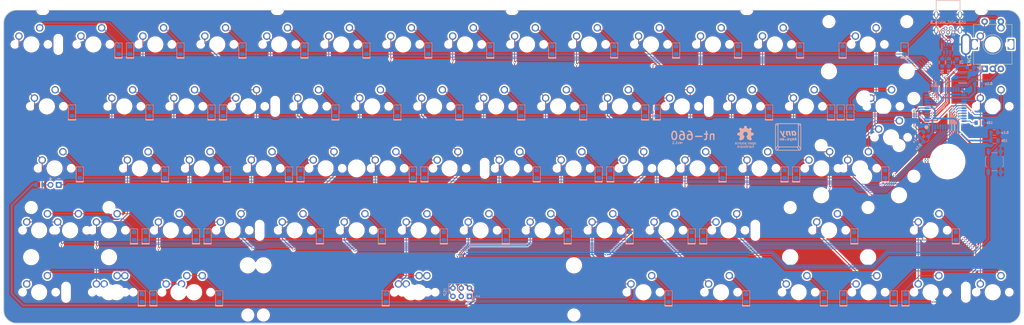
<source format=kicad_pcb>
(kicad_pcb (version 20201115) (generator pcbnew)
  (layers (0 "F.Cu" signal) (31 "B.Cu" signal) (34 "B.Paste" user) (35 "F.Paste" user) (36 "B.SilkS" user "B.Silkscreen") (37 "F.SilkS" user "F.Silkscreen") (38 "B.Mask" user) (39 "F.Mask" user) (44 "Edge.Cuts" user))
  (net 0 "")
  (net 1 "GND")
  (net 2 "Net-(C101-Pad1)")
  (net 3 "VCC")
  (net 4 "Net-(D1-Pad2)")
  (net 5 "Net-(D2-Pad2)")
  (net 6 "Net-(D3-Pad2)")
  (net 7 "Net-(D4-Pad2)")
  (net 8 "Net-(D5-Pad2)")
  (net 9 "Net-(D6-Pad2)")
  (net 10 "Net-(D7-Pad2)")
  (net 11 "Net-(D8-Pad2)")
  (net 12 "Net-(D9-Pad2)")
  (net 13 "Net-(D10-Pad2)")
  (net 14 "Net-(D11-Pad2)")
  (net 15 "Net-(D12-Pad2)")
  (net 16 "Net-(D13-Pad2)")
  (net 17 "Net-(D14-Pad2)")
  (net 18 "Net-(D15-Pad2)")
  (net 19 "row1")
  (net 20 "Net-(D16-Pad2)")
  (net 21 "Net-(D17-Pad2)")
  (net 22 "Net-(D18-Pad2)")
  (net 23 "Net-(D19-Pad2)")
  (net 24 "Net-(D20-Pad2)")
  (net 25 "Net-(D21-Pad2)")
  (net 26 "Net-(D22-Pad2)")
  (net 27 "Net-(D23-Pad2)")
  (net 28 "Net-(D24-Pad2)")
  (net 29 "Net-(D25-Pad2)")
  (net 30 "Net-(D26-Pad2)")
  (net 31 "Net-(D27-Pad2)")
  (net 32 "Net-(D28-Pad2)")
  (net 33 "Net-(D29-Pad2)")
  (net 34 "Net-(D30-Pad2)")
  (net 35 "row2")
  (net 36 "Net-(D31-Pad2)")
  (net 37 "Net-(D32-Pad2)")
  (net 38 "Net-(D33-Pad2)")
  (net 39 "Net-(D34-Pad2)")
  (net 40 "Net-(D35-Pad2)")
  (net 41 "Net-(D36-Pad2)")
  (net 42 "Net-(D37-Pad2)")
  (net 43 "Net-(D38-Pad2)")
  (net 44 "Net-(D39-Pad2)")
  (net 45 "Net-(D40-Pad2)")
  (net 46 "Net-(D41-Pad2)")
  (net 47 "Net-(D42-Pad2)")
  (net 48 "Net-(D43-Pad2)")
  (net 49 "Net-(D44-Pad2)")
  (net 50 "row3")
  (net 51 "Net-(D46-Pad2)")
  (net 52 "Net-(D47-Pad2)")
  (net 53 "Net-(D48-Pad2)")
  (net 54 "Net-(D49-Pad2)")
  (net 55 "Net-(D50-Pad2)")
  (net 56 "Net-(D51-Pad2)")
  (net 57 "Net-(D52-Pad2)")
  (net 58 "Net-(D53-Pad2)")
  (net 59 "Net-(D54-Pad2)")
  (net 60 "Net-(D55-Pad2)")
  (net 61 "Net-(D56-Pad2)")
  (net 62 "Net-(D57-Pad2)")
  (net 63 "Net-(D58-Pad2)")
  (net 64 "Net-(D59-Pad2)")
  (net 65 "row4")
  (net 66 "Net-(D61-Pad2)")
  (net 67 "Net-(D62-Pad2)")
  (net 68 "Net-(D63-Pad2)")
  (net 69 "Net-(D67-Pad2)")
  (net 70 "Net-(D70-Pad2)")
  (net 71 "Net-(D71-Pad2)")
  (net 72 "Net-(D72-Pad2)")
  (net 73 "Net-(D73-Pad2)")
  (net 74 "Net-(D74-Pad2)")
  (net 75 "Net-(D75-Pad2)")
  (net 76 "VUSB")
  (net 77 "D-")
  (net 78 "D+")
  (net 79 "RST")
  (net 80 "MOSI")
  (net 81 "SCK")
  (net 82 "MISO")
  (net 83 "col0")
  (net 84 "col1")
  (net 85 "col2")
  (net 86 "col3")
  (net 87 "col4")
  (net 88 "col5")
  (net 89 "col6")
  (net 90 "col10")
  (net 91 "col11")
  (net 92 "col12")
  (net 93 "col13")
  (net 94 "col14")
  (net 95 "Net-(R101-Pad2)")
  (net 96 "Net-(R101-Pad1)")
  (net 97 "Net-(R102-Pad2)")
  (net 98 "Net-(R102-Pad1)")
  (net 99 "Net-(U1-Pad17)")
  (net 100 "Net-(U1-Pad16)")
  (net 101 "row0")
  (net 102 "Net-(L1-Pad1)")
  (net 103 "Net-(L1-Pad2)")
  (net 104 "Net-(R104-Pad2)")
  (net 105 "Net-(J1-Pad4)")
  (net 106 "Net-(U1-Pad19)")
  (net 107 "Net-(U1-Pad22)")
  (net 108 "Net-(U1-Pad42)")
  (net 109 "ENCODER_A")
  (net 110 "ENCODER_B")
  (footprint "Keeb_switches:CHERRY_PLATE_100H" (layer "F.Cu") (at 9.505 9.505)
    (fp_text reference "K1" hide)
    (fp_text value "KEYSW" hide)
  )
  (footprint "Keeb_switches:CHERRY_PLATE_100H" (layer "F.Cu") (at 28.515 9.505)
    (fp_text reference "K2" hide)
    (fp_text value "KEYSW" hide)
  )
  (footprint "Keeb_switches:CHERRY_PLATE_100H" (layer "F.Cu") (at 47.525 9.505)
    (fp_text reference "K3" hide)
    (fp_text value "KEYSW" hide)
  )
  (footprint "Keeb_switches:CHERRY_PLATE_100H" (layer "F.Cu") (at 66.535 9.505)
    (fp_text reference "K4" hide)
    (fp_text value "KEYSW" hide)
  )
  (footprint "Keeb_switches:CHERRY_PLATE_100H" (layer "F.Cu") (at 85.545 9.505)
    (fp_text reference "K5" hide)
    (fp_text value "KEYSW" hide)
  )
  (footprint "Keeb_switches:CHERRY_PLATE_100H" (layer "F.Cu") (at 104.555 9.505)
    (fp_text reference "K6" hide)
    (fp_text value "KEYSW" hide)
  )
  (footprint "Keeb_switches:CHERRY_PLATE_100H" (layer "F.Cu") (at 123.565 9.505)
    (fp_text reference "K7" hide)
    (fp_text value "KEYSW" hide)
  )
  (footprint "Keeb_switches:CHERRY_PLATE_100H" (layer "F.Cu") (at 142.575 9.505)
    (fp_text reference "K8" hide)
    (fp_text value "KEYSW" hide)
  )
  (footprint "Keeb_switches:CHERRY_PLATE_100H" (layer "F.Cu") (at 161.585 9.505)
    (fp_text reference "K9" hide)
    (fp_text value "KEYSW" hide)
  )
  (footprint "Keeb_switches:CHERRY_PLATE_100H" (layer "F.Cu") (at 180.595 9.505)
    (fp_text reference "K10" hide)
    (fp_text value "KEYSW" hide)
  )
  (footprint "Keeb_switches:CHERRY_PLATE_100H" (layer "F.Cu") (at 199.605 9.505)
    (fp_text reference "K11" hide)
    (fp_text value "KEYSW" hide)
  )
  (footprint "Keeb_switches:CHERRY_PLATE_100H" (layer "F.Cu") (at 218.615 9.505)
    (fp_text reference "K12" hide)
    (fp_text value "KEYSW" hide)
  )
  (footprint "Keeb_switches:CHERRY_PLATE_100H" (layer "F.Cu") (at 237.625 9.505)
    (fp_text reference "K13" hide)
    (fp_text value "KEYSW" hide)
  )
  (footprint "Keeb_switches:CHERRY_PLATE_100H" (layer "F.Cu") (at 304.46 9.505)
    (fp_text reference "K15" hide)
    (fp_text value "KEYSW" hide)
  )
  (footprint "Keeb_switches:CHERRY_PLATE_150H" (layer "F.Cu") (at 14.2575 28.515)
    (fp_text reference "K16" hide)
    (fp_text value "KEYSW" hide)
  )
  (footprint "Keeb_switches:CHERRY_PLATE_100H" (layer "F.Cu") (at 38.02 28.515)
    (fp_text reference "K17" hide)
    (fp_text value "KEYSW" hide)
  )
  (footprint "Keeb_switches:CHERRY_PLATE_100H" (layer "F.Cu") (at 57.03 28.515)
    (fp_text reference "K18" hide)
    (fp_text value "KEYSW" hide)
  )
  (footprint "Keeb_switches:CHERRY_PLATE_100H" (layer "F.Cu") (at 76.04 28.515)
    (fp_text reference "K19" hide)
    (fp_text value "KEYSW" hide)
  )
  (footprint "Keeb_switches:CHERRY_PLATE_100H" (layer "F.Cu") (at 95.05 28.515)
    (fp_text reference "K20" hide)
    (fp_text value "KEYSW" hide)
  )
  (footprint "Keeb_switches:CHERRY_PLATE_100H" (layer "F.Cu") (at 114.06 28.515)
    (fp_text reference "K21" hide)
    (fp_text value "KEYSW" hide)
  )
  (footprint "Keeb_switches:CHERRY_PLATE_100H" (layer "F.Cu") (at 133.07 28.515)
    (fp_text reference "K22" hide)
    (fp_text value "KEYSW" hide)
  )
  (footprint "Keeb_switches:CHERRY_PLATE_100H" (layer "F.Cu") (at 152.08 28.515)
    (fp_text reference "K23" hide)
    (fp_text value "KEYSW" hide)
  )
  (footprint "Keeb_switches:CHERRY_PLATE_100H" (layer "F.Cu") (at 171.09 28.515)
    (fp_text reference "K24" hide)
    (fp_text value "KEYSW" hide)
  )
  (footprint "Keeb_switches:CHERRY_PLATE_100H" (layer "F.Cu") (at 190.1 28.515)
    (fp_text reference "K25" hide)
    (fp_text value "KEYSW" hide)
  )
  (footprint "Keeb_switches:CHERRY_PLATE_100H" (layer "F.Cu") (at 209.11 28.515)
    (fp_text reference "K26" hide)
    (fp_text value "KEYSW" hide)
  )
  (footprint "Keeb_switches:CHERRY_PLATE_100H" (layer "F.Cu") (at 228.12 28.515)
    (fp_text reference "K27" hide)
    (fp_text value "KEYSW" hide)
  )
  (footprint "Keeb_switches:CHERRY_PLATE_100H" (layer "F.Cu") (at 247.13 28.515)
    (fp_text reference "K28" hide)
    (fp_text value "KEYSW" hide)
  )
  (footprint "Keeb_switches:CHERRY_PLATE_100H" (layer "F.Cu") (at 304.46 28.515)
    (fp_text reference "K30" hide)
    (fp_text value "KEYSW" hide)
  )
  (footprint "Keeb_switches:CHERRY_PLATE_175H" (layer "F.Cu") (at 16.63375 47.525)
    (fp_text reference "K31" hide)
    (fp_text value "KEYSW" hide)
  )
  (footprint "Keeb_switches:CHERRY_PLATE_100H" (layer "F.Cu") (at 42.7725 47.525)
    (fp_text reference "K32" hide)
    (fp_text value "KEYSW" hide)
  )
  (footprint "Keeb_switches:CHERRY_PLATE_100H" (layer "F.Cu") (at 61.7825 47.525)
    (fp_text reference "K33" hide)
    (fp_text value "KEYSW" hide)
  )
  (footprint "Keeb_switches:CHERRY_PLATE_100H" (layer "F.Cu") (at 80.7925 47.525)
    (fp_text reference "K34" hide)
    (fp_text value "KEYSW" hide)
  )
  (footprint "Keeb_switches:CHERRY_PLATE_100H" (layer "F.Cu") (at 99.8025 47.525)
    (fp_text reference "K35" hide)
    (fp_text value "KEYSW" hide)
  )
  (footprint "Keeb_switches:CHERRY_PLATE_100H" (layer "F.Cu") (at 118.8125 47.525)
    (fp_text reference "K36" hide)
    (fp_text value "KEYSW" hide)
  )
  (footprint "Keeb_switches:CHERRY_PLATE_100H" (layer "F.Cu") (at 137.8225 47.525)
    (fp_text reference "K37" hide)
    (fp_text value "KEYSW" hide)
  )
  (footprint "Keeb_switches:CHERRY_PLATE_100H" (layer "F.Cu") (at 156.8325 47.525)
    (fp_text reference "K38" hide)
    (fp_text value "KEYSW" hide)
  )
  (footprint "Keeb_switches:CHERRY_PLATE_100H" (layer "F.Cu") (at 175.8425 47.525)
    (fp_text reference "K39" hide)
    (fp_text value "KEYSW" hide)
  )
  (footprint "Keeb_switches:CHERRY_PLATE_100H" (layer "F.Cu") (at 194.8525 47.525)
    (fp_text reference "K40" hide)
    (fp_text value "KEYSW" hide)
  )
  (footprint "Keeb_switches:CHERRY_PLATE_100H" (layer "F.Cu") (at 213.8625 47.525)
    (fp_text reference "K41" hide)
    (fp_text value "KEYSW" hide)
  )
  (footprint "Keeb_switches:CHERRY_PLATE_100H" (layer "F.Cu") (at 232.8725 47.525)
    (fp_text reference "K42" hide)
    (fp_text value "KEYSW" hide)
  )
  (footprint "Keeb_switches:CHERRY_PLATE_100H" (layer "F.Cu") (at 251.8825 47.525)
    (fp_text reference "K43" hide)
    (fp_text value "KEYSW" hide)
  )
  (footprint "Keeb_switches:CHERRY_PCB_225H" (layer "F.Cu") (at 263.76375 47.525)
    (fp_text reference "K44" hide)
    (fp_text value "KEYSW" hide)
  )
  (footprint "Keeb_switches:CHERRY_PCB_225H" (layer "F.Cu") (at 21.38625 66.535)
    (fp_text reference "K46" hide)
    (fp_text value "KEYSW" hide)
  )
  (footprint "Keeb_switches:CHERRY_PLATE_100H" (layer "F.Cu") (at 33.2675 66.535)
    (fp_text reference "K47" hide)
    (fp_text value "KEYSW" hide)
  )
  (footprint "Keeb_switches:CHERRY_PLATE_100H" (layer "F.Cu") (at 52.2775 66.535)
    (fp_text reference "K48" hide)
    (fp_text value "KEYSW" hide)
  )
  (footprint "Keeb_switches:CHERRY_PLATE_100H" (layer "F.Cu") (at 71.2875 66.535)
    (fp_text reference "K49" hide)
    (fp_text value "KEYSW" hide)
  )
  (footprint "Keeb_switches:CHERRY_PLATE_100H" (layer "F.Cu") (at 90.2975 66.535)
    (fp_text reference "K50" hide)
    (fp_text value "KEYSW" hide)
  )
  (footprint "Keeb_switches:CHERRY_PLATE_100H" (layer "F.Cu") (at 109.3075 66.535)
    (fp_text reference "K51" hide)
    (fp_text value "KEYSW" hide)
  )
  (footprint "Keeb_switches:CHERRY_PLATE_100H" (layer "F.Cu") (at 128.3175 66.535)
    (fp_text reference "K52" hide)
    (fp_text value "KEYSW" hide)
  )
  (footprint "Keeb_switches:CHERRY_PLATE_100H" (layer "F.Cu") (at 147.3275 66.535)
    (fp_text reference "K53" hide)
    (fp_text value "KEYSW" hide)
  )
  (footprint "Keeb_switches:CHERRY_PLATE_100H" (layer "F.Cu") (at 166.3375 66.535)
    (fp_text reference "K54" hide)
    (fp_text value "KEYSW" hide)
  )
  (footprint "Keeb_switches:CHERRY_PLATE_100H" (layer "F.Cu") (at 185.3475 66.535)
    (fp_text reference "K55" hide)
    (fp_text value "KEYSW" hide)
  )
  (footprint "Keeb_switches:CHERRY_PLATE_100H" (layer "F.Cu") (at 204.3575 66.535)
    (fp_text reference "K56" hide)
    (fp_text value "KEYSW" hide)
  )
  (footprint "Keeb_switches:CHERRY_PLATE_100H" (layer "F.Cu") (at 223.3675 66.535)
    (fp_text reference "K57" hide)
    (fp_text value "KEYSW" hide)
  )
  (footprint "Keeb_switches:CHERRY_PCB_225H" (layer "F.Cu") (at 254.25875 66.535)
    (fp_text reference "K58" hide)
    (fp_text value "KEYSW" hide)
  )
  (footprint "Keeb_switches:CHERRY_PLATE_100H" (layer "F.Cu") (at 285.4 66.535)
    (fp_text reference "K59" hide)
    (fp_text value "KEYSW" hide)
  )
  (footprint "Keeb_switches:CHERRY_PLATE_125H" (layer "F.Cu") (at 11.88125 85.545)
    (fp_text reference "K61" hide)
    (fp_text value "KEYSW" hide)
  )
  (footprint "Keeb_switches:CHERRY_PLATE_100H" (layer "F.Cu") (at 33.2675 85.545)
    (fp_text reference "K62" hide)
    (fp_text value "KEYSW" hide)
  )
  (footprint "Keeb_switches:CHERRY_PLATE_125H" (layer "F.Cu") (at 54.65375 85.545)
    (fp_text reference "K63" hide)
    (fp_text value "KEYSW" hide)
  )
  (footprint "Keeb_switches:CHERRY_PCB_625H_F" (layer "F.Cu") (at 125.94125 85.545)
    (fp_text reference "K67" hide)
    (fp_text value "KEYSW" hide)
  )
  (footprint "Keeb_switches:CHERRY_PLATE_125H" (layer "F.Cu") (at 197.27875 85.545)
    (fp_text reference "K70" hide)
    (fp_text value "KEYSW" hide)
  )
  (footprint "Keeb_switches:CHERRY_PLATE_125H" (layer "F.Cu") (at 221.09125 85.545)
    (fp_text reference "K71" hide)
    (fp_text value "KEYSW" hide)
  )
  (footprint "Keeb_switches:CHERRY_PLATE_125H" (layer "F.Cu") (at 244.90375 85.545)
    (fp_text reference "K72" hide)
    (fp_text value "KEYSW" hide)
  )
  (footprint "Keeb_switches:CHERRY_PLATE_100H" (layer "F.Cu") (at 266.34 85.545)
    (fp_text reference "K73" hide)
    (fp_text value "KEYSW" hide)
  )
  (footprint "Keeb_switches:CHERRY_PLATE_100H" (layer "F.Cu") (at 285.4 85.545)
    (fp_text reference "K74" hide)
    (fp_text value "KEYSW" hide)
  )
  (footprint "Keeb_switches:CHERRY_PLATE_100H" (layer "F.Cu") (at 304.46 85.545)
    (fp_text reference "K75" hide)
    (fp_text value "KEYSW" hide)
  )
  (footprint "Keeb_switches:CHERRY_PCB_200H_V" (layer "F.Cu") (at 273.26875 38.02)
    (fp_text reference "K44-1" hide)
    (fp_text value "KEYSW" hide)
  )
  (footprint "Keeb_switches:CHERRY_PLATE_125H" (layer "F.Cu") (at 11.88125 66.535)
    (fp_text reference "K46-1" hide)
    (fp_text value "KEYSW" hide)
  )
  (footprint "Keeb_switches:CHERRY_PLATE_150H" (layer "F.Cu") (at 270.8925 28.515)
    (fp_text reference "K29" hide)
    (fp_text value "KEYSW" hide)
  )
  (footprint "footprints:10mm_hole" (layer "F.Cu") (at 290.5775 45.44)
    (fp_text reference "REF**" hide)
    (fp_text value "10mm_hole")
  )
  (footprint "footprints:plate_mount_tht" (layer "F.Cu") (at 304.46 9.505)
    (fp_text reference "REF**" hide)
    (fp_text value "plate_mount_tht")
  )
  (footprint "footprints:plate_mount" (layer "F.Cu") (at 76.04 28.515 180)
    (fp_text reference "REF**" hide)
    (fp_text value "plate_mount")
  )
  (footprint "footprints:plate_mount" (layer "F.Cu") (at 9.505 9.505 180)
    (fp_text reference "REF**" hide)
    (fp_text value "plate_mount")
  )
  (footprint "footprints:plate_mount" (layer "F.Cu") (at 209.11 28.515 180)
    (fp_text reference "REF**" hide)
    (fp_text value "plate_mount")
  )
  (footprint "footprints:plate_mount" (layer "F.Cu") (at 156.8325 47.525)
    (fp_text reference "REF**" hide)
    (fp_text value "plate_mount")
  )
  (footprint "footprints:plate_mount" (layer "F.Cu") (at 71.2875 66.535 180)
    (fp_text reference "REF**" hide)
    (fp_text value "plate_mount")
  )
  (footprint "footprints:plate_mount" (layer "F.Cu") (at 223.3675 66.535 180)
    (fp_text reference "REF**" hide)
    (fp_text value "plate_mount")
  )
  (footprint "footprints:plate_mount" (layer "F.Cu") (at 11.88125 85.545 180)
    (fp_text reference "REF**" hide)
    (fp_text value "plate_mount")
  )
  (footprint "footprints:plate_mount" (layer "F.Cu") (at 304.46 85.545)
    (fp_text reference "REF**" hide)
    (fp_text value "plate_mount")
  )
  (footprint "footprints:4.5mm_hole" (layer "F.Cu") (at 109.307592 47.52504)
    (fp_text reference "REF**" hide)
    (fp_text value "4.5mm_hole")
  )
  (footprint "footprints:4.5mm_hole" (layer "F.Cu") (at 204.357672 47.52504)
    (fp_text reference "REF**" hide)
    (fp_text value "4.5mm_hole")
  )
  (footprint "Keeb_switches:CHERRY_MX_LED" (layer "F.Cu") (at 16.63375 47.525)
    (fp_text reference "L1" hide)
    (fp_text value "LED" hide)
  )
  (footprint "Keeb_switches:CHERRY_PCB_200H" (layer "F.Cu") (at 266.14 9.505)
    (fp_text reference "K14" hide)
    (fp_text value "KEYSW" hide)
  )
  (footprint "footprints:2mm_hole" (layer "F.Cu") (at 13 -1)
    (fp_text reference "REF**" hide)
    (fp_text value "2mm_hole")
  )
  (footprint "footprints:2mm_hole" (layer "F.Cu") (at 85 -1)
    (fp_text reference "REF**" hide)
    (fp_text value "2mm_hole")
  )
  (footprint "footprints:2mm_hole" (layer "F.Cu") (at 157 -1)
    (fp_text reference "REF**" hide)
    (fp_text value "2mm_hole")
  )
  (footprint "footprints:2mm_hole" (layer "F.Cu") (at 300.965737 -1.000001)
    (fp_text reference "REF**" hide)
    (fp_text value "2mm_hole")
  )
  (footprint "footprints:2mm_hole" (layer "F.Cu") (at 229 -1.000001)
    (fp_text reference "REF**" hide)
    (fp_text value "2mm_hole")
  )
  (footprint "Keeb_switches:CHERRY_PLATE_125H" (layer "F.Cu") (at 35.643772 85.545064)
    (fp_text reference "K62-1" hide)
    (fp_text value "KEYSW" hide)
  )
  (footprint "Rotary_Encoder:RotaryEncoder_Alps_EC11E-Switch_Vertical_H20mm" (layer "F.Cu") (at 301.96 17.005 90)
    (fp_text reference "ENC1")
    (fp_text value "Rotary_Encoder_Switch")
  )
  (footprint "Keeb_switches:CHERRY_PCB_600C_H_F" (layer "F.Cu") (at 128.3176 85.545064)
    (fp_text reference "K67-1" hide)
    (fp_text value "KEYSW" hide)
  )
  (footprint "Keeb_switches:CHERRY_PLATE_125H" (layer "F.Cu") (at 59.406292 85.545064)
    (fp_text reference "K63-1" hide)
    (fp_text value "KEYSW" hide)
  )
  (footprint "Keeb_components:C_0805" (layer "B.Cu") (at 282.465737 37.050258 -135)
    (fp_text reference "C101")
    (fp_text value "1u")
  )
  (footprint "Keeb_components:C_0805" (layer "B.Cu") (at 304.965737 36.550258)
    (fp_text reference "C102")
    (fp_text value "0.1u")
  )
  (footprint "Keeb_components:C_0805" (layer "B.Cu") (at 283.965737 38.550258 -135)
    (fp_text reference "C104")
    (fp_text value "0.1u")
  )
  (footprint "Keeb_components:C_0805" (layer "B.Cu") (at 297.631561 16.527971)
    (fp_text reference "C105")
    (fp_text value "4.7u")
  )
  (footprint "Keeb_components:D_0805" (layer "B.Cu") (at 36.237843 11.287197 90)
    (fp_text reference "D2")
    (fp_text value "D" hide)
  )
  (footprint "Keeb_components:D_0805" (layer "B.Cu") (at 55.247859 11.287197 90)
    (fp_text reference "D3")
    (fp_text value "D" hide)
  )
  (footprint "Keeb_components:D_0805" (layer "B.Cu") (at 74.257875 11.287197 90)
    (fp_text reference "D4")
    (fp_text value "D" hide)
  )
  (footprint "Keeb_components:D_0805" (layer "B.Cu") (at 93.267891 11.287197 90)
    (fp_text reference "D5")
    (fp_text value "D" hide)
  )
  (footprint "Keeb_components:D_0805" (layer "B.Cu") (at 112.277907 11.287197 90)
    (fp_text reference "D6")
    (fp_text value "D" hide)
  )
  (footprint "Keeb_components:D_0805" (layer "B.Cu") (at 131.287923 11.287197 90)
    (fp_text reference "D7")
    (fp_text value "D" hide)
  )
  (footprint "Keeb_components:D_0805" (layer "B.Cu") (at 150.297939 11.287197 90)
    (fp_text reference "D8")
    (fp_text value "D" hide)
  )
  (footprint "Keeb_components:D_0805" (layer "B.Cu") (at 169.307955 11.287197 90)
    (fp_text reference "D9")
    (fp_text value "D" hide)
  )
  (footprint "Keeb_components:D_0805" (layer "B.Cu") (at 188.317971 11.275323 90)
    (fp_text reference "D10")
    (fp_text value "D" hide)
  )
  (footprint "Keeb_components:D_0805" (layer "B.Cu") (at 207.327987 11.287197 90)
    (fp_text reference "D11")
    (fp_text value "D" hide)
  )
  (footprint "Keeb_components:D_0805" (layer "B.Cu") (at 226.338003 11.287197 90)
    (fp_text reference "D12")
    (fp_text value "D" hide)
  )
  (footprint "Keeb_components:D_0805" (layer "B.Cu") (at 245.348019 11.287197 90)
    (fp_text reference "D13")
    (fp_text value "D" hide)
  )
  (footprint "Keeb_components:D_0805" (layer "B.Cu") (at 258.417405 11.287197 90)
    (fp_text reference "D14")
    (fp_text value "D" hide)
  )
  (footprint "Keeb_components:D_0805" (layer "B.Cu") (at 277.427421 11.287197 90)
    (fp_text reference "D15")
    (fp_text value "D" hide)
  )
  (footprint "Keeb_components:D_0805" (layer "B.Cu") (at 21.980331 30.297213 90)
    (fp_text reference "D16")
    (fp_text value "D" hide)
  )
  (footprint "Keeb_components:D_0805" (layer "B.Cu") (at 45.742851 30.297213 90)
    (fp_text reference "D17")
    (fp_text value "D" hide)
  )
  (footprint "Keeb_components:D_0805" (layer "B.Cu") (at 64.752867 30.297213 90)
    (fp_text reference "D18")
    (fp_text value "D" hide)
  )
  (footprint "Keeb_components:D_0805" (layer "B.Cu") (at 68.317245 30.297213 90)
    (fp_text reference "D19")
    (fp_text value "D" hide)
  )
  (footprint "Keeb_components:D_0805" (layer "B.Cu") (at 102.772899 30.297213 90)
    (fp_text reference "D20")
    (fp_text value "D" hide)
  )
  (footprint "Keeb_components:D_0805" (layer "B.Cu") (at 121.782915 30.297213 90)
    (fp_text reference "D21")
    (fp_text value "D" hide)
  )
  (footprint "Keeb_components:D_0805" (layer "B.Cu") (at 140.792931 30.297213 90)
    (fp_text reference "D22")
    (fp_text value "D" hide)
  )
  (footprint "Keeb_components:D_0805" (layer "B.Cu") (at 159.802947 30.297213 90)
    (fp_text reference "D23")
    (fp_text value "D" hide)
  )
  (footprint "Keeb_components:D_0805" (layer "B.Cu") (at 178.812963 30.297213 90)
    (fp_text reference "D24")
    (fp_text value "D" hide)
  )
  (footprint "Keeb_components:D_0805" (layer "B.Cu") (at 197.822979 30.297213 90)
    (fp_text reference "D25")
    (fp_text value "D" hide)
  )
  (footprint "Keeb_components:D_0805" (layer "B.Cu") (at 201.387357 30.297213 90)
    (fp_text reference "D26")
    (fp_text value "D" hide)
  )
  (footprint "Keeb_components:D_0805" (layer "B.Cu") (at 235.843011 30.297213 90)
    (fp_text reference "D27")
    (fp_text value "D" hide)
  )
  (footprint "Keeb_components:D_0805" (layer "B.Cu") (at 254.853027 30.297213 90)
    (fp_text reference "D28")
    (fp_text value "D" hide)
  )
  (footprint "Keeb_components:D_0805" (layer "B.Cu") (at 260.793657 30.297213 90)
    (fp_text reference "D29")
    (fp_text value "D" hide)
  )
  (footprint "Keeb_components:D_0805" (layer "B.Cu") (at 24.356583 49.307229 90)
    (fp_text reference "D31")
    (fp_text value "D" hide)
  )
  (footprint "Keeb_components:D_0805" (layer "B.Cu") (at 50.495355 49.307229 90)
    (fp_text reference "D32")
    (fp_text value "D" hide)
  )
  (footprint "Keeb_components:D_0805" (layer "B.Cu") (at 69.505371 49.307229 90)
    (fp_text reference "D33")
    (fp_text value "D" hide)
  )
  (footprint "Keeb_components:D_0805" (layer "B.Cu") (at 88.515387 49.307229 90)
    (fp_text reference "D34")
    (fp_text value "D" hide)
  )
  (footprint "Keeb_components:D_0805" (layer "B.Cu") (at 92.079765 49.307229 90)
    (fp_text reference "D35")
    (fp_text value "D" hide)
  )
  (footprint "Keeb_components:D_0805" (layer "B.Cu") (at 126.535419 49.307229 90)
    (fp_text reference "D36")
    (fp_text value "D" hide)
  )
  (footprint "Keeb_components:D_0805" (layer "B.Cu") (at 130.099797 49.307229 90)
    (fp_text reference "D37")
    (fp_text value "D" hide)
  )
  (footprint "Keeb_components:D_0805" (layer "B.Cu") (at 164.555451 49.307229 90)
    (fp_text reference "D38")
    (fp_text value "D" hide)
  )
  (footprint "Keeb_components:D_0805" (layer "B.Cu") (at 183.565467 49.307229 90)
    (fp_text reference "D39")
    (fp_text value "D" hide)
  )
  (footprint "Keeb_components:D_0805" (layer "B.Cu") (at 187.129845 49.307229 90)
    (fp_text reference "D40")
    (fp_text value "D" hide)
  )
  (footprint "Keeb_components:D_0805" (layer "B.Cu") (at 221.585499 49.307229 90)
    (fp_text reference "D41")
    (fp_text value "D" hide)
  )
  (footprint "Keeb_components:D_0805" (layer "B.Cu") (at 240.595515 49.307229 90)
    (fp_text reference "D42")
    (fp_text value "D" hide)
  )
  (footprint "Keeb_components:D_0805" (layer "B.Cu") (at 244.159893 49.307229 90)
    (fp_text reference "D43")
    (fp_text value "D" hide)
  )
  (footprint "Keeb_components:D_0805" (layer "B.Cu") (at 271.486791 49.307229 90)
    (fp_text reference "D44")
    (fp_text value "D" hide)
  )
  (footprint "Keeb_components:D_0805" (layer "B.Cu") (at 40.990347 68.317245 90)
    (fp_text reference "D46")
    (fp_text value "D" hide)
  )
  (footprint "Keeb_components:D_0805" (layer "B.Cu") (at 44.554725 68.317245 90)
    (fp_text reference "D47")
    (fp_text value "D" hide)
  )
  (footprint "Keeb_components:D_0805" (layer "B.Cu") (at 60.000363 68.317245 90)
    (fp_text reference "D48")
    (fp_text value "D" hide)
  )
  (footprint "Keeb_components:D_0805" (layer "B.Cu") (at 63.564741 68.317245 90)
    (fp_text reference "D49")
    (fp_text value "D" hide)
  )
  (footprint "Keeb_components:D_0805" (layer "B.Cu") (at 98.020395 68.317245 90)
    (fp_text reference "D50")
    (fp_text value "D" hide)
  )
  (footprint "Keeb_components:D_0805" (layer "B.Cu") (at 117.030411 68.317245 90)
    (fp_text reference "D51")
    (fp_text value "D" hide)
  )
  (footprint "Keeb_components:D_0805" (layer "B.Cu") (at 136.040427 68.317245 90)
    (fp_text reference "D52")
    (fp_text value "D" hide)
  )
  (footprint "Keeb_components:D_0805" (layer "B.Cu") (at 155.050443 68.317245 90)
    (fp_text reference "D53")
    (fp_text value "D" hide)
  )
  (footprint "Keeb_components:D_0805" (layer "B.Cu") (at 174.060459 68.317245 90)
    (fp_text reference "D54")
    (fp_text value "D" hide)
  )
  (footprint "Keeb_components:D_0805" (layer "B.Cu") (at 193.070475 68.317245 90)
    (fp_text reference "D55")
    (fp_text value "D" hide)
  )
  (footprint "Keeb_components:D_0805" (layer "B.Cu") (at 212.080491 68.317245 90)
    (fp_text reference "D56")
    (fp_text value "D" hide)
  )
  (footprint "Keeb_components:D_0805" (layer "B.Cu") (at 215.644869 68.317245 90)
    (fp_text reference "D57")
    (fp_text value "D" hide)
  )
  (footprint "Keeb_components:D_0805" (layer "B.Cu") (at 261.981783 68.317245 90)
    (fp_text reference "D58")
    (fp_text value "D" hide)
  )
  (footprint "Keeb_components:D_0805" (layer "B.Cu") (at 293.123059 68.317245 90)
    (fp_text reference "D59")
    (fp_text value "D" hide)
  )
  (footprint "Keeb_components:D_0805" (layer "B.Cu") (at 46.930977 87.327261 90)
    (fp_text reference "D61")
    (fp_text value "D" hide)
  )
  (footprint "Keeb_components:D_0805" (layer "B.Cu") (at 43.366591 87.327253 90)
    (fp_text reference "D62")
    (fp_text value "D" hide)
  )
  (footprint "Keeb_components:D_0805" (layer "B.Cu") (at 67.129111 87.327253 90)
    (fp_text reference "D63")
    (fp_text value "D" hide)
  )
  (footprint "Keeb_components:D_0805" (layer "B.Cu") (at 118.218529 87.327253 90)
    (fp_text reference "D67")
    (fp_text value "D" hide)
  )
  (footprint "Keeb_components:D_0805" (layer "B.Cu") (at 205.001735 87.327261 90)
    (fp_text reference "D70")
    (fp_text value "D" hide)
  )
  (footprint "Keeb_components:D_0805" (layer "B.Cu") (at 228.814255 87.327261 90)
    (fp_text reference "D71")
    (fp_text value "D" hide)
  )
  (footprint "Keeb_components:D_0805" (layer "B.Cu") (at 252.626775 87.327261 90)
    (fp_text reference "D72")
    (fp_text value "D" hide)
  )
  (footprint "Keeb_components:D_0805" (layer "B.Cu") (at 258.617405 87.327261 90)
    (fp_text reference "D73")
    (fp_text value "D" hide)
  )
  (footprint "Keeb_components:D_0805" (layer "B.Cu") (at 277.677421 87.327261 90)
    (fp_text reference "D74")
    (fp_text value "D" hide)
  )
  (footprint "Keeb_components:D_0805" (layer "B.Cu") (at 274.063043 87.327261 90)
    (fp_text reference "D75")
    (fp_text value "D" hide)
  )
  (footprint "Keeb_components:R_0805" (layer "B.Cu") (at 293.465737 15.050258 90)
    (fp_text reference "F1")
    (fp_text value "500mA, 1A" hide)
  )
  (footprint "Keeb_components:isp_standard" (layer "B.Cu") (at 141.386994 85.545072 90)
    (fp_text reference "J2" hide)
    (fp_text value "ISP")
  )
  (footprint "Keeb_components:R_0805" (layer "B.Cu") (at 288.965737 15.050258 90)
    (fp_text reference "R101" hide)
    (fp_text value "22")
  )
  (footprint "Keeb_components:R_0805" (layer "B.Cu") (at 290.965737 15.050258 90)
    (fp_text reference "R102" hide)
    (fp_text value "22")
  )
  (footprint "Keeb_components:R_0805" (layer "B.Cu") (at 305 39 180)
    (fp_text reference "R103" hide)
    (fp_text value "10k")
  )
  (footprint "Button_Switch_SMD:SW_SPST_TL3342" (layer "B.Cu") (at 305 45.5 90)
    (fp_text reference "SW1" hide)
    (fp_text value "Reset")
  )
  (footprint "Keeb_components:ATMEGA32U4" (layer "B.Cu") (at 289.965737 29.050258)
    (fp_text reference "U1")
    (fp_text value "ATmega32U4")
  )
  (footprint "Keeb_components:USBLC6-2SC6" (layer "B.Cu") (at 290.496807 10.693134)
    (fp_text reference "U2" hide)
    (fp_text value "USBLC6-2SC6")
  )
  (footprint ".github:USB-Mini-B_ LCSC-C46398" (layer "B.Cu") (at 290.777 5.187)
    (fp_text reference "J1" hide)
    (fp_text value "USB_mini_micro_B")
  )
  (footprint "Keeb_components:D_0805" (layer "B.Cu") (at 39.802221 11.287187 90)
    (fp_text reference "D1")
    (fp_text value "D" hide)
  )
  (footprint "Keeb_components:Resonator_SMD_muRata_CSTNExxV-3Pin-p1.2" (layer "B.Cu") (at 295.249311 19.604079 90)
    (fp_text reference "X1" hide)
    (fp_text value "CSTNE16M0V530000R0")
  )
  (footprint "Keeb_components:D_0805" (layer "B.Cu") (at 257.823342 30.297213 90)
    (fp_text reference "D30")
    (fp_text value "D" hide)
  )
  (footprint "Keeb_components:C_0805" (layer "B.Cu") (at 299.965737 21.550258)
    (fp_text reference "C103")
    (fp_text value "0.1u")
  )
  (footprint "Keeb_components:R_0805" (layer "B.Cu") (at 11.965737 52.550258)
    (fp_text reference "R1" hide)
    (fp_text value "1k" hide)
  )
  (footprint "Keeb_components:R_0805" (layer "B.Cu") (at 300.465737 33.550258 180)
    (fp_text reference "R104" hide)
    (fp_text value "10k")
  )
  (footprint "Keeb_components:logo_new" (layer "B.Cu") (at 241.695368 37.90021 180)
    (fp_text reference "G***" hide)
    (fp_text value "LOGO" hide)
  )
  (footprint "Keeb_components:oshw" (layer "B.Cu") (at 228.598482 37.90021 180)
    (fp_text reference "G***" hide)
    (fp_text value "LOGO" hide)
  )
  (gr_line (start 1 2.999999) (end 1 91.050258) (layer "Edge.Cuts") (width 0.2))
  (gr_arc (start 308.965737 91.050258) (end 308.965737 95.050258) (angle -90) (layer "Edge.Cuts") (width 0.2))
  (gr_arc (start 5 3) (end 5 -1) (angle -90) (layer "Edge.Cuts") (width 0.2))
  (gr_line (start 4.999999 95.050258) (end 308.965737 95.050258) (layer "Edge.Cuts") (width 0.2))
  (gr_arc (start 5 91.050258) (end 1 91.050258) (angle -90) (layer "Edge.Cuts") (width 0.2))
  (gr_line (start 308.965737 -1) (end 5 -1) (layer "Edge.Cuts") (width 0.2))
  (gr_arc (start 308.965737 2.999999) (end 312.965737 2.999999) (angle -90) (layer "Edge.Cuts") (width 0.2))
  (gr_line (start 312.965737 91.050258) (end 312.965737 2.999999) (layer "Edge.Cuts") (width 0.2))
  (gr_text "rev1.1" (at 205.976588 39.686149) (layer "B.SilkS") (effects (font (size 0.7 0.7)) (justify right mirror)))
  (gr_text "nt-660" (at 212.525031 37.550258) (layer "B.SilkS") (effects (font (size 2.5 2.5) (thickness 0.4)) (justify mirror)))
  (via (at 288.465737 20.550258) (size 0.6) (drill 0.4) (layers "F.Cu" "B.Cu") (net 1))
  (via (at 282.465737 30.050258) (size 0.6) (drill 0.4) (layers "F.Cu" "B.Cu") (net 1))
  (via (at 286.715737 36.550258) (size 0.6) (drill 0.4) (layers "F.Cu" "B.Cu") (net 1))
  (via (at 290.465737 39.050258) (size 0.6) (drill 0.4) (layers "F.Cu" "B.Cu") (net 1))
  (via (at 295.763 23.221) (size 0.6) (drill 0.4) (layers "F.Cu" "B.Cu") (net 1))
  (via (at 282.465737 33.550258) (size 0.6) (drill 0.4) (layers "F.Cu" "B.Cu") (net 1))
  (segment (start 293.165737 36.350258) (end 290.465737 39.050258) (width 0.25) (layer "B.Cu") (net 1))
  (segment (start 292.35 5.75) (end 292.35 6.605697) (width 0.25) (layer "B.Cu") (net 1))
  (segment (start 293.165737 34.750258) (end 293.165737 36.350258) (width 0.25) (layer "B.Cu") (net 1))
  (segment (start 288.365737 20.650258) (end 288.465737 20.550258) (width 0.25) (layer "B.Cu") (net 1))
  (segment (start 292.35 6.841349) (end 292.35 6.605697) (width 0.25) (layer "B.Cu") (net 1))
  (segment (start 284.265737 29.850258) (end 282.665737 29.850258) (width 0.25) (layer "B.Cu") (net 1))
  (segment (start 290.496807 9.543134) (end 290.496807 8.694542) (width 0.25) (layer "B.Cu") (net 1))
  (segment (start 290.496807 8.694542) (end 292.35 6.841349) (width 0.25) (layer "B.Cu") (net 1))
  (segment (start 288.365737 23.350258) (end 288.365737 20.650258) (width 0.25) (layer "B.Cu") (net 1))
  (segment (start 282.665737 29.850258) (end 282.465737 30.050258) (width 0.25) (layer "B.Cu") (net 1))
  (segment (start 286.765737 34.750258) (end 286.765737 36.500258) (width 0.25) (layer "B.Cu") (net 1))
  (segment (start 286.765737 36.500258) (end 286.715737 36.550258) (width 0.25) (layer "B.Cu") (net 1))
  (segment (start 280.323746 29.908267) (end 280.323746 34.533267) (width 0.25) (layer "F.Cu") (net 2))
  (segment (start 280.323746 34.533267) (end 280.340737 34.550258) (width 0.25) (layer "F.Cu") (net 2))
  (via (at 280.323746 29.908267) (size 0.6) (drill 0.4) (layers "F.Cu" "B.Cu") (net 2))
  (via (at 280.340737 34.550258) (size 0.6) (drill 0.4) (layers "F.Cu" "B.Cu") (net 2))
  (segment (start 284.265737 29.050258) (end 282.965737 29.050258) (width 0.25) (layer "B.Cu") (net 2))
  (segment (start 283.172844 36.343151) (end 282.730903 35.90121) (width 0.25) (layer "B.Cu") (net 2))
  (segment (start 280.340737 34.550258) (end 281.691689 35.90121) (width 0.25) (layer "B.Cu") (net 2))
  (segment (start 283.172844 36.343151) (end 283.172844 36.257365) (width 0.25) (layer "B.Cu") (net 2))
  (segment (start 282.965737 29.050258) (end 281.181755 29.050258) (width 0.25) (layer "B.Cu") (net 2))
  (segment (start 281.181755 29.050258) (end 280.323746 29.908267) (width 0.25) (layer "B.Cu") (net 2))
  (segment (start 282.465737 29.050258) (end 284.265737 29.050258) (width 0.25) (layer "B.Cu") (net 2))
  (segment (start 281.691689 35.90121) (end 281.816689 35.90121) (width 0.25) (layer "B.Cu") (net 2))
  (segment (start 284.265737 29.050258) (end 281.181755 29.050258) (width 0.25) (layer "B.Cu") (net 2))
  (segment (start 282.730903 35.90121) (end 281.816689 35.90121) (width 0.25) (layer "B.Cu") (net 2))
  (segment (start 282.965737 29.050258) (end 282.181755 29.050258) (width 0.25) (layer "B.Cu") (net 2))
  (segment (start 284.265737 29.050258) (end 283.265737 29.050258) (width 0.25) (layer "B.Cu") (net 2))
  (segment (start 291.040747 19.475248) (end 291.040747 20.10642) (width 0.5) (layer "F.Cu") (net 3))
  (segment (start 286.30319 32.250258) (end 285.765737 32.250258) (width 0.5) (layer "F.Cu") (net 3))
  (segment (start 145.226995 85.575073) (end 145.226995 88.025073) (width 0.5) (layer "F.Cu") (net 3))
  (segment (start 291.040747 20.10642) (end 291.040747 27.512701) (width 0.5) (layer "F.Cu") (net 3))
  (segment (start 141.981057 74.077443) (end 142.741204 73.317296) (width 0.5) (layer "F.Cu") (net 3))
  (segment (start 291.040747 19.511107) (end 292.892286 17.659568) (width 0.5) (layer "F.Cu") (net 3))
  (segment (start 145.226995 88.025073) (end 144.099807 89.152261) (width 0.5) (layer "F.Cu") (net 3))
  (segment (start 300.001815 42.178473) (end 300.001815 71.174444) (width 0.5) (layer "F.Cu") (net 3))
  (segment (start 291.040747 20.10642) (end 291.040747 19.511107) (width 0.5) (layer "F.Cu") (net 3))
  (segment (start 143.926994 84.275072) (end 141.981057 82.329135) (width 0.5) (layer "F.Cu") (net 3))
  (segment (start 143.926994 84.275072) (end 145.226995 85.575073) (width 0.5) (layer "F.Cu") (net 3))
  (segment (start 294.655248 36.831906) (end 300.001815 42.178473) (width 0.5) (layer "F.Cu") (net 3))
  (segment (start 291.040747 27.512701) (end 286.30319 32.250258) (width 0.5) (layer "F.Cu") (net 3))
  (segment (start 300.001815 71.174444) (end 299.888699 71.28756) (width 0.5) (layer "F.Cu") (net 3))
  (segment (start 141.981057 82.329135) (end 141.981057 74.077443) (width 0.5) (layer "F.Cu") (net 3))
  (segment (start 144.099807 89.152261) (end 143.465737 89.152261) (width 0.5) (layer "F.Cu") (net 3))
  (via (at 299.888699 71.28756) (size 0.6) (drill 0.4) (layers "F.Cu" "B.Cu") (net 3))
  (via (at 294.655248 36.831906) (size 0.6) (drill 0.4) (layers "F.Cu" "B.Cu") (net 3))
  (via (at 143.465737 89.152261) (size 0.6) (drill 0.4) (layers "F.Cu" "B.Cu") (net 3))
  (via (at 292.892286 17.659568) (size 0.6) (drill 0.4) (layers "F.Cu" "B.Cu") (net 3))
  (via (at 285.765737 32.250258) (size 0.6) (drill 0.4) (layers "F.Cu" "B.Cu") (net 3))
  (via (at 142.741204 73.317296) (size 0.6) (drill 0.4) (layers "F.Cu" "B.Cu") (net 3))
  (segment (start 298.965737 24.175258) (end 297.290737 25.850258) (width 0.5) (layer "B.Cu") (net 3))
  (segment (start 5.965737 88.550258) (end 5.465737 88.050258) (width 0.5) (layer "B.Cu") (net 3))
  (segment (start 285.965737 32.450258) (end 285.765737 32.250258) (width 0.5) (layer "B.Cu") (net 3))
  (segment (start 303.9 39) (end 296.823342 39) (width 0.5) (layer "B.Cu") (net 3))
  (segment (start 287.119071 28.250258) (end 288.815737 26.553592) (width 0.5) (layer "B.Cu") (net 3))
  (segment (start 241.107843 77.822253) (end 267.547473 77.822253) (width 0.5) (layer "B.Cu") (net 3))
  (segment (start 143.356441 73.317296) (end 143.406431 73.267306) (width 0.5) (layer "B.Cu") (net 3))
  (segment (start 286.190001 32.250258) (end 285.765737 32.250258) (width 0.5) (layer "B.Cu") (net 3))
  (segment (start 272.10242 73.267306) (end 298.333217 73.267306) (width 0.5) (layer "B.Cu") (net 3))
  (segment (start 298.333217 73.267306) (end 299.888699 71.711824) (width 0.5) (layer "B.Cu") (net 3))
  (segment (start 292.715737 32.250258) (end 286.190001 32.250258) (width 0.5) (layer "B.Cu") (net 3))
  (segment (start 296.253848 16.150258) (end 293.465737 16.150258) (width 0.5) (layer "B.Cu") (net 3))
  (segment (start 143.406431 73.267306) (end 148.318193 73.267306) (width 0.5) (layer "B.Cu") (net 3))
  (segment (start 267.547473 77.822253) (end 272.10242 73.267306) (width 0.5) (layer "B.Cu") (net 3))
  (segment (start 293.465737 16.150258) (end 293.465737 17.086117) (width 0.5) (layer "B.Cu") (net 3))
  (segment (start 148.318193 73.267306) (end 146.189488 73.267306) (width 0.5) (layer "B.Cu") (net 3))
  (segment (start 293.965737 34.750258) (end 293.965737 36.142395) (width 0.5) (layer "B.Cu") (net 3))
  (segment (start 143.465737 89.152261) (end 143.040736 89.577262) (width 0.5) (layer "B.Cu") (net 3))
  (segment (start 293.965737 34.750258) (end 293.965737 33.715256) (width 0.5) (layer "B.Cu") (net 3))
  (segment (start 229.881659 73.522232) (end 236.807822 73.522232) (width 0.5) (layer "B.Cu") (net 3))
  (segment (start 293.465737 16.150258) (end 293.365737 16.150258) (width 0.5) (layer "B.Cu") (net 3))
  (segment (start 296.823342 39) (end 294.655248 36.831906) (width 0.5) (layer "B.Cu") (net 3))
  (segment (start 298.965737 21.550258) (end 298.965737 24.175258) (width 0.5) (layer "B.Cu") (net 3))
  (segment (start 284.265737 28.250258) (end 287.119071 28.250258) (width 0.5) (layer "B.Cu") (net 3))
  (segment (start 293.465737 17.086117) (end 292.892286 17.659568) (width 0.5) (layer "B.Cu") (net 3))
  (segment (start 293.165737 25.850258) (end 295.665737 25.850258) (width 0.5) (layer "B.Cu") (net 3))
  (segment (start 285.515737 28.250258) (end 284.265737 28.250258) (width 0.5) (layer "B.Cu") (net 3))
  (segment (start 285.965737 36.550258) (end 284.672844 37.843151) (width 0.5) (layer "B.Cu") (net 3))
  (segment (start 296.631561 16.527971) (end 296.253848 16.150258) (width 0.5) (layer "B.Cu") (net 3))
  (segment (start 299.888699 71.711824) (end 299.888699 71.28756) (width 0.5) (layer "B.Cu") (net 3))
  (segment (start 296.915737 25.850258) (end 295.665737 25.850258) (width 0.5) (layer "B.Cu") (net 3))
  (segment (start 3.465737 58.950258) (end 3.465737 86.050258) (width 0.5) (layer "B.Cu") (net 3))
  (segment (start 293.465737 16.150258) (end 293.16574 16.150258) (width 0.5) (layer "B.Cu") (net 3))
  (segment (start 142.741204 73.317296) (end 143.356441 73.317296) (width 0.5) (layer "B.Cu") (net 3))
  (segment (start 229.626733 73.267306) (end 229.881659 73.522232) (width 0.5) (layer "B.Cu") (net 3))
  (segment (start 285.965737 34.750258) (end 285.965737 32.450258) (width 0.5) (layer "B.Cu") (net 3))
  (segment (start 286.715738 31.724521) (end 286.190001 32.250258) (width 0.5) (layer "B.Cu") (net 3))
  (segment (start 293.965737 33.500258) (end 292.715737 32.250258) (width 0.5) (layer "B.Cu") (net 3))
  (segment (start 285.965737 34.750258) (end 285.965737 36.550258) (width 0.5) (layer "B.Cu") (net 3))
  (segment (start 288.815737 25.850258) (end 287.565737 24.600258) (width 0.5) (layer "B.Cu") (net 3))
  (segment (start 297.290737 25.850258) (end 295.665737 25.850258) (width 0.5) (layer "B.Cu") (net 3))
  (segment (start 285.300739 28.250258) (end 286.715738 29.665257) (width 0.5) (layer "B.Cu") (net 3))
  (segment (start 293.965737 36.142395) (end 294.655248 36.831906) (width 0.5) (layer "B.Cu") (net 3))
  (segment (start 303.9 36.615995) (end 303.965737 36.550258) (width 0.5) (layer "B.Cu") (net 3))
  (segment (start 9.865737 52.550258) (end 3.465737 58.950258) (width 0.5) (layer "B.Cu") (net 3))
  (segment (start 148.318193 73.267306) (end 229.626733 73.267306) (width 0.5) (layer "B.Cu") (net 3))
  (segment (start 143.040736 89.577262) (end 6.992741 89.577262) (width 0.5) (layer "B.Cu") (net 3))
  (segment (start 293.165737 25.850258) (end 288.815737 25.850258) (width 0.5) (layer "B.Cu") (net 3))
  (segment (start 285.765737 32.250258) (end 284.265737 32.250258) (width 0.5) (layer "B.Cu") (net 3))
  (segment (start 284.265737 28.250258) (end 285.300739 28.250258) (width 0.5) (layer "B.Cu") (net 3))
  (segment (start 286.715738 29.665257) (end 286.715738 31.724521) (width 0.5) (layer "B.Cu") (net 3))
  (segment (start 288.815737 26.553592) (end 288.815737 25.850258) (width 0.5) (layer "B.Cu") (net 3))
  (segment (start 10.865737 52.550258) (end 9.865737 52.550258) (width 0.5) (layer "B.Cu") (net 3))
  (segment (start 293.965737 34.750258) (end 293.965737 33.500258) (width 0.5) (layer "B.Cu") (net 3))
  (segment (start 287.565737 24.600258) (end 287.565737 23.350258) (width 0.5) (layer "B.Cu") (net 3))
  (segment (start 285.965737 34.750258) (end 285.965737 33.050258) (width 0.5) (layer "B.Cu") (net 3))
  (segment (start 236.807822 73.522232) (end 241.107843 77.822253) (width 0.5) (layer "B.Cu") (net 3))
  (segment (start 303.9 39) (end 303.9 36.615995) (width 0.5) (layer "B.Cu") (net 3))
  (segment (start 6.992741 89.577262) (end 5.965737 88.550258) (width 0.5) (layer "B.Cu") (net 3))
  (segment (start 3.465737 86.050258) (end 5.965737 88.550258) (width 0.5) (layer "B.Cu") (net 3))
  (segment (start 33.522033 2.956999) (end 13.513001 2.956999) (width 0.25) (layer "B.Cu") (net 4))
  (segment (start 13.513001 2.956999) (end 13.187999 3.282001) (width 0.25) (layer "B.Cu") (net 4))
  (segment (start 39.802221 9.237187) (end 33.522033 2.956999) (width 0.25) (layer "B.Cu") (net 4))
  (segment (start 39.802221 10.087187) (end 39.802221 9.237187) (width 0.25) (layer "B.Cu") (net 4))
  (segment (start 13.187999 3.282001) (end 12.045 4.425) (width 0.25) (layer "B.Cu") (net 4))
  (segment (start 36.237843 10.087197) (end 36.237843 9.237197) (width 0.25) (layer "B.Cu") (net 5))
  (segment (start 31.425646 4.425) (end 31.055 4.425) (width 0.25) (layer "B.Cu") (net 5))
  (segment (start 36.237843 9.237197) (end 31.425646 4.425) (width 0.25) (layer "B.Cu") (net 5))
  (segment (start 50.435662 4.425) (end 50.065 4.425) (width 0.25) (layer "B.Cu") (net 6))
  (segment (start 55.247859 9.237197) (end 50.435662 4.425) (width 0.25) (layer "B.Cu") (net 6))
  (segment (start 55.247859 10.087197) (end 55.247859 9.237197) (width 0.25) (layer "B.Cu") (net 6))
  (segment (start 74.257875 9.237197) (end 69.445678 4.425) (width 0.25) (layer "B.Cu") (net 7))
  (segment (start 74.257875 10.087197) (end 74.257875 9.237197) (width 0.25) (layer "B.Cu") (net 7))
  (segment (start 69.445678 4.425) (end 69.075 4.425) (width 0.25) (layer "B.Cu") (net 7))
  (segment (start 93.267891 10.087197) (end 93.267891 9.237197) (width 0.25) (layer "B.Cu") (net 8))
  (segment (start 88.455694 4.425) (end 88.085 4.425) (width 0.25) (layer "B.Cu") (net 8))
  (segment (start 93.267891 9.237197) (end 88.455694 4.425) (width 0.25) (layer "B.Cu") (net 8))
  (segment (start 107.46571 4.425) (end 107.095 4.425) (width 0.25) (layer "B.Cu") (net 9))
  (segment (start 112.277907 9.237197) (end 107.46571 4.425) (width 0.25) (layer "B.Cu") (net 9))
  (segment (start 112.277907 10.087197) (end 112.277907 9.237197) (width 0.25) (layer "B.Cu") (net 9))
  (segment (start 131.287923 10.087197) (end 131.287923 9.237197) (width 0.25) (layer "B.Cu") (net 10))
  (segment (start 131.287923 9.237197) (end 126.475726 4.425) (width 0.25) (layer "B.Cu") (net 10))
  (segment (start 126.475726 4.425) (end 126.105 4.425) (width 0.25) (layer "B.Cu") (net 10))
  (segment (start 145.485742 4.425) (end 145.115 4.425) (width 0.25) (layer "B.Cu") (net 11))
  (segment (start 150.297939 9.237197) (end 145.485742 4.425) (width 0.25) (layer "B.Cu") (net 11))
  (segment (start 150.297939 10.087197) (end 150.297939 9.237197) (width 0.25) (layer "B.Cu") (net 11))
  (segment (start 164.495758 4.425) (end 164.125 4.425) (width 0.25) (layer "B.Cu") (net 12))
  (segment (start 169.307955 10.087197) (end 169.307955 9.237197) (width 0.25) (layer "B.Cu") (net 12))
  (segment (start 169.307955 9.237197) (end 164.495758 4.425) (width 0.25) (layer "B.Cu") (net 12))
  (segment (start 183.517648 4.425) (end 183.135 4.425) (width 0.25) (layer "B.Cu") (net 13))
  (segment (start 188.317971 10.075323) (end 188.317971 9.225323) (width 0.25) (layer "B.Cu") (net 13))
  (segment (start 188.317971 9.225323) (end 183.517648 4.425) (width 0.25) (layer "B.Cu") (net 13))
  (segment (start 202.51579 4.425) (end 202.145 4.425) (width 0.25) (layer "B.Cu") (net 14))
  (segment (start 207.327987 9.237197) (end 202.51579 4.425) (width 0.25) (layer "B.Cu") (net 14))
  (segment (start 207.327987 10.087197) (end 207.327987 9.237197) (width 0.25) (layer "B.Cu") (net 14))
  (segment (start 226.338003 9.237197) (end 221.525806 4.425) (width 0.25) (layer "B.Cu") (net 15))
  (segment (start 221.525806 4.425) (end 221.155 4.425) (width 0.25) (layer "B.Cu") (net 15))
  (segment (start 226.338003 10.087197) (end 226.338003 9.237197) (width 0.25) (layer "B.Cu") (net 15))
  (segment (start 245.348019 10.087197) (end 245.348019 9.237197) (width 0.25) (layer "B.Cu") (net 16))
  (segment (start 245.348019 9.237197) (end 240.535822 4.425) (width 0.25) (layer "B.Cu") (net 16))
  (segment (start 240.535822 4.425) (end 240.165 4.425) (width 0.25) (layer "B.Cu") (net 16))
  (segment (start 260.713554 6.965) (end 262.33 6.965) (width 0.25) (layer "B.Cu") (net 17))
  (segment (start 260.689602 6.965) (end 260.713554 6.965) (width 0.25) (layer "B.Cu") (net 17))
  (segment (start 258.417405 9.237197) (end 260.689602 6.965) (width 0.25) (layer "B.Cu") (net 17))
  (segment (start 258.417405 10.087197) (end 258.417405 9.237197) (width 0.25) (layer "B.Cu") (net 17))
  (segment (start 299.289325 3.050258) (end 300.843 1.123) (width 0.25) (layer "B.Cu") (net 18))
  (segment (start 300.843 1.123) (end 305.161 1.123) (width 0.25) (layer "B.Cu") (net 18))
  (segment (start 285.41436 3.050258) (end 299.289325 3.050258) (width 0.25) (layer "B.Cu") (net 18))
  (segment (start 305.161 1.123) (end 306.96 2.505) (width 0.25) (layer "B.Cu") (net 18))
  (segment (start 278.377421 10.087197) (end 285.41436 3.050258) (width 0.25) (layer "B.Cu") (net 18))
  (segment (start 277.427421 10.087197) (end 278.377421 10.087197) (width 0.25) (layer "B.Cu") (net 18))
  (segment (start 306.96 2.505) (end 306.96 4.385) (width 0.25) (layer "B.Cu") (net 18))
  (segment (start 306.96 4.385) (end 307 4.425) (width 0.25) (layer "B.Cu") (net 18))
  (segment (start 257.823342 31.497213) (end 260.793657 31.497213) (width 0.25) (layer "B.Cu") (net 19))
  (segment (start 102.772899 31.497213) (end 121.782915 31.497213) (width 0.25) (layer "B.Cu") (net 19))
  (segment (start 235.843011 31.497213) (end 254.853027 31.497213) (width 0.25) (layer "B.Cu") (net 19))
  (segment (start 64.752867 31.497213) (end 68.317245 31.497213) (width 0.25) (layer "B.Cu") (net 19))
  (segment (start 254.853027 31.497213) (end 257.823342 31.497213) (width 0.25) (layer "B.Cu") (net 19))
  (segment (start 140.792931 31.497213) (end 178.812963 31.497213) (width 0.25) (layer "B.Cu") (net 19))
  (segment (start 84.951009 32.079402) (end 83.762883 32.079402) (width 0.25) (layer "B.Cu") (net 19))
  (segment (start 197.822979 31.497213) (end 201.387357 31.497213) (width 0.25) (layer "B.Cu") (net 19))
  (segment (start 218.60331 31.497213) (end 218.021121 32.079402) (width 0.25) (layer "B.Cu") (net 19))
  (segment (start 102.772899 31.497213) (end 85.533198 31.497213) (width 0.25) (layer "B.Cu") (net 19))
  (segment (start 281.510646 31.471999) (end 283.088905 33.050258) (width 0.25) (layer "B.Cu") (net 19))
  (segment (start 235.843011 31.497213) (end 218.60331 31.497213) (width 0.25) (layer "B.Cu") (net 19))
  (segment (start 261.743657 31.497213) (end 261.768871 31.471999) (width 0.25) (layer "B.Cu") (net 19))
  (segment (start 85.533198 31.497213) (end 84.951009 32.079402) (width 0.25) (layer "B.Cu") (net 19))
  (segment (start 260.793657 31.497213) (end 261.743657 31.497213) (width 0.25) (layer "B.Cu") (net 19))
  (segment (start 83.762883 32.079402) (end 83.180694 31.497213) (width 0.25) (layer "B.Cu") (net 19))
  (segment (start 83.180694 31.497213) (end 68.317245 31.497213) (width 0.25) (layer "B.Cu") (net 19))
  (segment (start 218.021121 32.079402) (end 216.832995 32.079402) (width 0.25) (layer "B.Cu") (net 19))
  (segment (start 178.812963 31.497213) (end 197.822979 31.497213) (width 0.25) (layer "B.Cu") (net 19))
  (segment (start 21.980331 31.497213) (end 45.227853 31.497213) (width 0.25) (layer "B.Cu") (net 19))
  (segment (start 283.088905 33.050258) (end 284.265737 33.050258) (width 0.25) (layer "B.Cu") (net 19))
  (segment (start 45.742851 31.497213) (end 64.752867 31.497213) (width 0.25) (layer "B.Cu") (net 19))
  (segment (start 216.832995 32.079402) (end 216.238932 31.485339) (width 0.25) (layer "B.Cu") (net 19))
  (segment (start 216.238932 31.485339) (end 202.349231 31.485339) (width 0.25) (layer "B.Cu") (net 19))
  (segment (start 261.768871 31.471999) (end 281.510646 31.471999) (width 0.25) (layer "B.Cu") (net 19))
  (segment (start 45.227853 31.497213) (end 45.742851 31.497213) (width 0.25) (layer "B.Cu") (net 19))
  (segment (start 202.337357 31.497213) (end 201.387357 31.497213) (width 0.25) (layer "B.Cu") (net 19))
  (segment (start 121.782915 31.497213) (end 140.792931 31.497213) (width 0.25) (layer "B.Cu") (net 19))
  (segment (start 202.349231 31.485339) (end 202.337357 31.497213) (width 0.25) (layer "B.Cu") (net 19))
  (segment (start 17.168118 23.435) (end 16.7975 23.435) (width 0.25) (layer "B.Cu") (net 20))
  (segment (start 21.980331 28.247213) (end 17.168118 23.435) (width 0.25) (layer "B.Cu") (net 20))
  (segment (start 21.980331 29.097213) (end 21.980331 28.247213) (width 0.25) (layer "B.Cu") (net 20))
  (segment (start 45.742851 29.097213) (end 45.742851 28.247213) (width 0.25) (layer "B.Cu") (net 21))
  (segment (start 45.742851 28.247213) (end 40.930638 23.435) (width 0.25) (layer "B.Cu") (net 21))
  (segment (start 40.930638 23.435) (end 40.56 23.435) (width 0.25) (layer "B.Cu") (net 21))
  (segment (start 64.752867 29.097213) (end 64.752867 28.247213) (width 0.25) (layer "B.Cu") (net 22))
  (segment (start 64.752867 28.247213) (end 59.940654 23.435) (width 0.25) (layer "B.Cu") (net 22))
  (segment (start 59.940654 23.435) (end 59.57 23.435) (width 0.25) (layer "B.Cu") (net 22))
  (segment (start 70.589458 25.975) (end 70.613554 25.975) (width 0.25) (layer "B.Cu") (net 23))
  (segment (start 68.317245 28.247213) (end 70.589458 25.975) (width 0.25) (layer "B.Cu") (net 23))
  (segment (start 70.613554 25.975) (end 72.23 25.975) (width 0.25) (layer "B.Cu") (net 23))
  (segment (start 68.317245 29.097213) (end 68.317245 28.247213) (width 0.25) (layer "B.Cu") (net 23))
  (segment (start 102.772899 29.097213) (end 102.772899 28.247213) (width 0.25) (layer "B.Cu") (net 24))
  (segment (start 97.960686 23.435) (end 97.59 23.435) (width 0.25) (layer "B.Cu") (net 24))
  (segment (start 102.772899 28.247213) (end 97.960686 23.435) (width 0.25) (layer "B.Cu") (net 24))
  (segment (start 121.782915 29.097213) (end 121.782915 28.247213) (width 0.25) (layer "B.Cu") (net 25))
  (segment (start 121.782915 28.247213) (end 116.970702 23.435) (width 0.25) (layer "B.Cu") (net 25))
  (segment (start 116.970702 23.435) (end 116.6 23.435) (width 0.25) (layer "B.Cu") (net 25))
  (segment (start 135.980718 23.435) (end 135.61 23.435) (width 0.25) (layer "B.Cu") (net 26))
  (segment (start 140.792931 29.097213) (end 140.792931 28.247213) (width 0.25) (layer "B.Cu") (net 26))
  (segment (start 140.792931 28.247213) (end 135.980718 23.435) (width 0.25) (layer "B.Cu") (net 26))
  (segment (start 154.990734 23.435) (end 154.62 23.435) (width 0.25) (layer "B.Cu") (net 27))
  (segment (start 159.802947 28.247213) (end 154.990734 23.435) (width 0.25) (layer "B.Cu") (net 27))
  (segment (start 159.802947 29.097213) (end 159.802947 28.247213) (width 0.25) (layer "B.Cu") (net 27))
  (segment (start 178.812963 28.247213) (end 174.00075 23.435) (width 0.25) (layer "B.Cu") (net 28))
  (segment (start 174.00075 23.435) (end 173.63 23.435) (width 0.25) (layer "B.Cu") (net 28))
  (segment (start 178.812963 29.097213) (end 178.812963 28.247213) (width 0.25) (layer "B.Cu") (net 28))
  (segment (start 197.822979 29.097213) (end 197.822979 28.247213) (width 0.25) (layer "B.Cu") (net 29))
  (segment (start 197.822979 28.247213) (end 193.010766 23.435) (width 0.25) (layer "B.Cu") (net 29))
  (segment (start 193.010766 23.435) (end 192.64 23.435) (width 0.25) (layer "B.Cu") (net 29))
  (segment (start 201.387357 29.097213) (end 201.387357 28.247213) (width 0.25) (layer "B.Cu") (net 30))
  (segment (start 203.683554 25.975) (end 205.3 25.975) (width 0.25) (layer "B.Cu") (net 30))
  (segment (start 201.387357 28.247213) (end 203.65957 25.975) (width 0.25) (layer "B.Cu") (net 30))
  (segment (start 203.65957 25.975) (end 203.683554 25.975) (width 0.25) (layer "B.Cu") (net 30))
  (segment (start 231.030798 23.435) (end 230.66 23.435) (width 0.25) (layer "B.Cu") (net 31))
  (segment (start 235.843011 28.247213) (end 231.030798 23.435) (width 0.25) (layer "B.Cu") (net 31))
  (segment (start 235.843011 29.097213) (end 235.843011 28.247213) (width 0.25) (layer "B.Cu") (net 31))
  (segment (start 254.853027 29.097213) (end 254.853027 28.247213) (width 0.25) (layer "B.Cu") (net 32))
  (segment (start 250.040814 23.435) (end 249.67 23.435) (width 0.25) (layer "B.Cu") (net 32))
  (segment (start 254.853027 28.247213) (end 250.040814 23.435) (width 0.25) (layer "B.Cu") (net 32))
  (segment (start 263.580995 23.435) (end 273.4325 23.435) (width 0.25) (layer "B.Cu") (net 33))
  (segment (start 260.793657 29.097213) (end 260.793657 26.222338) (width 0.25) (layer "B.Cu") (net 33))
  (segment (start 260.793657 26.222338) (end 263.580995 23.435) (width 0.25) (layer "B.Cu") (net 33))
  (segment (start 296.247444 28.331965) (end 297.965737 30.050258) (width 0.25) (layer "F.Cu") (net 34))
  (segment (start 282.719263 31.796732) (end 283.838475 32.915944) (width 0.25) (layer "F.Cu") (net 34))
  (segment (start 286.100051 32.915944) (end 287.284013 32.915944) (width 0.25) (layer "F.Cu") (net 34))
  (segment (start 290.807718 29.392239) (end 291.867992 28.331965) (width 0.25) (layer "F.Cu") (net 34))
  (segment (start 283.838475 32.915944) (end 284.831423 32.915944) (width 0.25) (layer "F.Cu") (net 34))
  (segment (start 284.331423 32.915944) (end 284.831423 32.915944) (width 0.25) (layer "F.Cu") (net 34))
  (segment (start 291.867992 28.331965) (end 296.247444 28.331965) (width 0.25) (layer "F.Cu") (net 34))
  (segment (start 287.284013 32.915944) (end 290.807718 29.392239) (width 0.25) (layer "F.Cu") (net 34))
  (segment (start 284.831423 32.915944) (end 286.100051 32.915944) (width 0.25) (layer "F.Cu") (net 34))
  (segment (start 285.331423 32.915944) (end 286.100051 32.915944) (width 0.25) (layer "F.Cu") (net 34))
  (via (at 297.965737 30.050258) (size 0.6) (drill 0.4) (layers "F.Cu" "B.Cu") (net 34))
  (via (at 282.719263 31.796732) (size 0.6) (drill 0.4) (layers "F.Cu" "B.Cu") (net 34))
  (segment (start 305.356716 31.050258) (end 307 29.406974) (width 0.25) (layer "B.Cu") (net 34))
  (segment (start 257.823342 29.109087) (end 257.823342 29.097213) (width 0.25) (layer "B.Cu") (net 34))
  (segment (start 280.624719 30.891276) (end 281.813807 30.891276) (width 0.25) (layer "B.Cu") (net 34))
  (segment (start 261.981783 30.297213) (end 259.011468 30.297213) (width 0.25) (layer "B.Cu") (net 34))
  (segment (start 298.965737 31.050258) (end 305.356716 31.050258) (width 0.25) (layer "B.Cu") (net 34))
  (segment (start 297.965737 30.050258) (end 298.965737 31.050258) (width 0.25) (layer "B.Cu") (net 34))
  (segment (start 277.624719 30.891276) (end 280.624719 30.891276) (width 0.25) (layer "B.Cu") (net 34))
  (segment (start 259.011468 30.297213) (end 257.823342 29.109087) (width 0.25) (layer "B.Cu") (net 34))
  (segment (start 257.823342 29.097213) (end 258.012692 29.097213) (width 0.25) (layer "B.Cu") (net 34))
  (segment (start 307 29.406974) (end 307 25.051446) (width 0.25) (layer "B.Cu") (net 34))
  (segment (start 277.624719 30.891276) (end 262.575846 30.891276) (width 0.25) (layer "B.Cu") (net 34))
  (segment (start 262.575846 30.891276) (end 261.981783 30.297213) (width 0.25) (layer "B.Cu") (net 34))
  (segment (start 307 25.051446) (end 307 23.435) (width 0.25) (layer "B.Cu") (net 34))
  (segment (start 278.615547 30.891276) (end 277.624719 30.891276) (width 0.25) (layer "B.Cu") (net 34))
  (segment (start 281.813807 30.891276) (end 282.719263 31.796732) (width 0.25) (layer "B.Cu") (net 34))
  (segment (start 281.585862 52.277544) (end 270.566475 52.277544) (width 0.25) (layer "F.Cu") (net 35))
  (segment (start 283.756174 50.107232) (end 281.585862 52.277544) (width 0.25) (layer "F.Cu") (net 35))
  (segment (start 270.566475 52.277544) (end 270.43257 52.411449) (width 0.25) (layer "F.Cu") (net 35))
  (segment (start 283.756174 45.148788) (end 283.756174 50.107232) (width 0.25) (layer "F.Cu") (net 35))
  (via (at 270.43257 52.411449) (size 0.6) (drill 0.4) (layers "F.Cu" "B.Cu") (net 35))
  (via (at 283.756174 45.148788) (size 0.6) (drill 0.4) (layers "F.Cu" "B.Cu") (net 35))
  (segment (start 125.585419 50.507229) (end 107.525403 50.507229) (width 0.25) (layer "B.Cu") (net 35))
  (segment (start 183.565467 50.507229) (end 202.575483 50.507229) (width 0.25) (layer "B.Cu") (net 35))
  (segment (start 261.922708 50.507229) (end 244.159893 50.507229) (width 0.25) (layer "B.Cu") (net 35))
  (segment (start 271.486791 50.507229) (end 271.486791 51.357229) (width 0.25) (layer "B.Cu") (net 35))
  (segment (start 126.535419 50.507229) (end 130.099797 50.507229) (width 0.25) (layer "B.Cu") (net 35))
  (segment (start 263.826928 52.411449) (end 261.922708 50.507229) (width 0.25) (layer "B.Cu") (net 35))
  (segment (start 147.921687 51.089418) (end 147.339498 50.507229) (width 0.25) (layer "B.Cu") (net 35))
  (segment (start 149.703876 51.089418) (end 147.921687 51.089418) (width 0.25) (layer "B.Cu") (net 35))
  (segment (start 164.555451 50.507229) (end 150.286065 50.507229) (width 0.25) (layer "B.Cu") (net 35))
  (segment (start 270.43257 52.411449) (end 263.826928 52.411449) (width 0.25) (layer "B.Cu") (net 35))
  (segment (start 202.575483 50.507229) (end 221.585499 50.507229) (width 0.25) (layer "B.Cu") (net 35))
  (segment (start 69.505371 50.507229) (end 88.515387 50.507229) (width 0.25) (layer "B.Cu") (net 35))
  (segment (start 283.756174 43.480115) (end 285.104028 42.132261) (width 0.25) (layer "B.Cu") (net 35))
  (segment (start 164.555451 50.507229) (end 165.505451 50.507229) (width 0.25) (layer "B.Cu") (net 35))
  (segment (start 88.515387 50.507229) (end 107.525403 50.507229) (width 0.25) (layer "B.Cu") (net 35))
  (segment (start 50.495355 50.507229) (end 69.505371 50.507229) (width 0.25) (layer "B.Cu") (net 35))
  (segment (start 283.756174 45.148788) (end 283.756174 43.480115) (width 0.25) (layer "B.Cu") (net 35))
  (segment (start 147.339498 50.507229) (end 130.099797 50.507229) (width 0.25) (layer "B.Cu") (net 35))
  (segment (start 285.104028 42.132261) (end 291.565737 35.670552) (width 0.25) (layer "B.Cu") (net 35))
  (segment (start 221.585499 50.507229) (end 240.595515 50.507229) (width 0.25) (layer "B.Cu") (net 35))
  (segment (start 240.595515 50.507229) (end 244.159893 50.507229) (width 0.25) (layer "B.Cu") (net 35))
  (segment (start 24.356583 50.507229) (end 50.495355 50.507229) (width 0.25) (layer "B.Cu") (net 35))
  (segment (start 291.565737 34.750258) (end 291.565737 35.762976) (width 0.25) (layer "B.Cu") (net 35))
  (segment (start 150.286065 50.507229) (end 149.703876 51.089418) (width 0.25) (layer "B.Cu") (net 35))
  (segment (start 271.486791 51.357229) (end 270.43257 52.411449) (width 0.25) (layer "B.Cu") (net 35))
  (segment (start 165.505451 50.507229) (end 183.565467 50.507229) (width 0.25) (layer "B.Cu") (net 35))
  (segment (start 291.565737 35.670552) (end 291.565737 34.750258) (width 0.25) (layer "B.Cu") (net 35))
  (segment (start 126.535419 50.507229) (end 125.585419 50.507229) (width 0.25) (layer "B.Cu") (net 35))
  (segment (start 24.356583 47.257229) (end 19.544354 42.445) (width 0.25) (layer "B.Cu") (net 36))
  (segment (start 24.356583 48.107229) (end 24.356583 47.257229) (width 0.25) (layer "B.Cu") (net 36))
  (segment (start 19.544354 42.445) (end 19.17375 42.445) (width 0.25) (layer "B.Cu") (net 36))
  (segment (start 50.495355 47.257229) (end 45.683126 42.445) (width 0.25) (layer "B.Cu") (net 37))
  (segment (start 50.495355 48.107229) (end 50.495355 47.257229) (width 0.25) (layer "B.Cu") (net 37))
  (segment (start 45.683126 42.445) (end 45.3125 42.445) (width 0.25) (layer "B.Cu") (net 37))
  (segment (start 64.693142 42.445) (end 64.3225 42.445) (width 0.25) (layer "B.Cu") (net 38))
  (segment (start 69.505371 47.257229) (end 64.693142 42.445) (width 0.25) (layer "B.Cu") (net 38))
  (segment (start 69.505371 48.107229) (end 69.505371 47.257229) (width 0.25) (layer "B.Cu") (net 38))
  (segment (start 88.515387 48.107229) (end 88.515387 47.257229) (width 0.25) (layer "B.Cu") (net 39))
  (segment (start 88.515387 47.257229) (end 83.703158 42.445) (width 0.25) (layer "B.Cu") (net 39))
  (segment (start 83.703158 42.445) (end 83.3325 42.445) (width 0.25) (layer "B.Cu") (net 39))
  (segment (start 92.079765 48.107229) (end 92.079765 47.257229) (width 0.25) (layer "B.Cu") (net 40))
  (segment (start 92.079765 47.257229) (end 94.351994 44.985) (width 0.25) (layer "B.Cu") (net 40))
  (segment (start 94.376054 44.985) (end 95.9925 44.985) (width 0.25) (layer "B.Cu") (net 40))
  (segment (start 94.351994 44.985) (end 94.376054 44.985) (width 0.25) (layer "B.Cu") (net 40))
  (segment (start 126.535419 47.257229) (end 121.72319 42.445) (width 0.25) (layer "B.Cu") (net 41))
  (segment (start 126.535419 48.107229) (end 126.535419 47.257229) (width 0.25) (layer "B.Cu") (net 41))
  (segment (start 121.72319 42.445) (end 121.3525 42.445) (width 0.25) (layer "B.Cu") (net 41))
  (segment (start 132.396054 44.985) (end 134.0125 44.985) (width 0.25) (layer "B.Cu") (net 42))
  (segment (start 130.099797 47.257229) (end 132.372026 44.985) (width 0.25) (layer "B.Cu") (net 42))
  (segment (start 130.099797 48.107229) (end 130.099797 47.257229) (width 0.25) (layer "B.Cu") (net 42))
  (segment (start 132.372026 44.985) (end 132.396054 44.985) (width 0.25) (layer "B.Cu") (net 42))
  (segment (start 164.555451 48.107229) (end 164.555451 47.257229) (width 0.25) (layer "B.Cu") (net 43))
  (segment (start 159.743222 42.445) (end 159.3725 42.445) (width 0.25) (layer "B.Cu") (net 43))
  (segment (start 164.555451 47.257229) (end 159.743222 42.445) (width 0.25) (layer "B.Cu") (net 43))
  (segment (start 178.753238 42.445) (end 178.3825 42.445) (width 0.25) (layer "B.Cu") (net 44))
  (segment (start 183.565467 48.107229) (end 183.565467 47.257229) (width 0.25) (layer "B.Cu") (net 44))
  (segment (start 183.565467 47.257229) (end 178.753238 42.445) (width 0.25) (layer "B.Cu") (net 44))
  (segment (start 189.402074 44.985) (end 189.426054 44.985) (width 0.25) (layer "B.Cu") (net 45))
  (segment (start 187.129845 47.257229) (end 189.402074 44.985) (width 0.25) (layer "B.Cu") (net 45))
  (segment (start 189.426054 44.985) (end 191.0425 44.985) (width 0.25) (layer "B.Cu") (net 45))
  (segment (start 187.129845 48.107229) (end 187.129845 47.257229) (width 0.25) (layer "B.Cu") (net 45))
  (segment (start 216.77327 42.445) (end 216.4025 42.445) (width 0.25) (layer "B.Cu") (net 46))
  (segment (start 221.585499 48.107229) (end 221.585499 47.257229) (width 0.25) (layer "B.Cu") (net 46))
  (segment (start 221.585499 47.257229) (end 216.77327 42.445) (width 0.25) (layer "B.Cu") (net 46))
  (segment (start 235.783286 42.445) (end 235.4125 42.445) (width 0.25) (layer "B.Cu") (net 47))
  (segment (start 240.595515 47.257229) (end 235.783286 42.445) (width 0.25) (layer "B.Cu") (net 47))
  (segment (start 240.595515 48.107229) (end 240.595515 47.257229) (width 0.25) (layer "B.Cu") (net 47))
  (segment (start 246.456054 44.985) (end 248.0725 44.985) (width 0.25) (layer "B.Cu") (net 48))
  (segment (start 246.432122 44.985) (end 246.456054 44.985) (width 0.25) (layer "B.Cu") (net 48))
  (segment (start 244.159893 48.107229) (end 244.159893 47.257229) (width 0.25) (layer "B.Cu") (net 48))
  (segment (start 244.159893 47.257229) (end 246.432122 44.985) (width 0.25) (layer "B.Cu") (net 48))
  (segment (start 266.30375 42.445) (end 266.30375 34.886191) (width 0.25) (layer "B.Cu") (net 49))
  (segment (start 266.674562 42.445) (end 266.30375 42.445) (width 0.25) (layer "B.Cu") (net 49))
  (segment (start 266.30375 34.886191) (end 268.249941 32.94) (width 0.25) (layer "B.Cu") (net 49))
  (segment (start 271.486791 47.257229) (end 266.674562 42.445) (width 0.25) (layer "B.Cu") (net 49))
  (segment (start 271.486791 48.107229) (end 271.486791 47.257229) (width 0.25) (layer "B.Cu") (net 49))
  (segment (start 268.249941 32.94) (end 275.80875 32.94) (width 0.25) (layer "B.Cu") (net 49))
  (segment (start 282.773988 68.935056) (end 283.356177 69.517245) (width 0.25) (layer "F.Cu") (net 50))
  (segment (start 282.773988 65.729038) (end 282.773988 68.935056) (width 0.25) (layer "F.Cu") (net 50))
  (segment (start 284.556177 45.148788) (end 284.556177 63.946849) (width 0.25) (layer "F.Cu") (net 50))
  (segment (start 284.556177 63.946849) (end 282.773988 65.729038) (width 0.25) (layer "F.Cu") (net 50))
  (via (at 284.556177 45.148788) (size 0.6) (drill 0.4) (layers "F.Cu" "B.Cu") (net 50))
  (via (at 283.356177 69.517245) (size 0.6) (drill 0.4) (layers "F.Cu" "B.Cu") (net 50))
  (segment (start 40.990347 69.517245) (end 44.554725 69.517245) (width 0.25) (layer "B.Cu") (net 50))
  (segment (start 283.356177 69.517245) (end 293.123059 69.517245) (width 0.25) (layer "B.Cu") (net 50))
  (segment (start 174.060459 69.517245) (end 193.070475 69.517245) (width 0.25) (layer "B.Cu") (net 50))
  (segment (start 44.554725 69.517245) (end 60.000363 69.517245) (width 0.25) (layer "B.Cu") (net 50))
  (segment (start 98.020395 69.517245) (end 117.030411 69.517245) (width 0.25) (layer "B.Cu") (net 50))
  (segment (start 284.556177 43.580321) (end 284.556177 45.148788) (width 0.25) (layer "B.Cu") (net 50))
  (segment (start 63.564741 69.517245) (end 77.834127 69.517245) (width 0.25) (layer "B.Cu") (net 50))
  (segment (start 80.780694 69.517245) (end 98.020395 69.517245) (width 0.25) (layer "B.Cu") (net 50))
  (segment (start 292.365737 35.770761) (end 284.556177 43.580321) (width 0.25) (layer "B.Cu") (net 50))
  (segment (start 261.981783 69.517245) (end 283.356177 69.517245) (width 0.25) (layer "B.Cu") (net 50))
  (segment (start 292.365737 34.750258) (end 292.365737 35.770761) (width 0.25) (layer "B.Cu") (net 50))
  (segment (start 231.090507 70.099434) (end 232.278633 70.099434) (width 0.25) (layer "B.Cu") (net 50))
  (segment (start 230.508318 69.517245) (end 231.090507 70.099434) (width 0.25) (layer "B.Cu") (net 50))
  (segment (start 155.050443 69.517245) (end 156.000443 69.517245) (width 0.25) (layer "B.Cu") (net 50))
  (segment (start 77.834127 69.517245) (end 78.416316 70.099434) (width 0.25) (layer "B.Cu") (net 50))
  (segment (start 60.000363 69.517245) (end 63.564741 69.517245) (width 0.25) (layer "B.Cu") (net 50))
  (segment (start 136.040427 69.517245) (end 155.050443 69.517245) (width 0.25) (layer "B.Cu") (net 50))
  (segment (start 117.980411 69.517245) (end 136.040427 69.517245) (width 0.25) (layer "B.Cu") (net 50))
  (segment (start 193.070475 69.517245) (end 212.080491 69.517245) (width 0.25) (layer "B.Cu") (net 50))
  (segment (start 232.278633 70.099434) (end 232.860822 69.517245) (width 0.25) (layer "B.Cu") (net 50))
  (segment (start 232.860822 69.517245) (end 261.981783 69.517245) (width 0.25) (layer "B.Cu") (net 50))
  (segment (start 80.198505 70.099434) (end 80.780694 69.517245) (width 0.25) (layer "B.Cu") (net 50))
  (segment (start 215.644869 69.517245) (end 230.508318 69.517245) (width 0.25) (layer "B.Cu") (net 50))
  (segment (start 156.000443 69.517245) (end 174.060459 69.517245) (width 0.25) (layer "B.Cu") (net 50))
  (segment (start 117.030411 69.517245) (end 117.980411 69.517245) (width 0.25) (layer "B.Cu") (net 50))
  (segment (start 78.416316 70.099434) (end 80.198505 70.099434) (width 0.25) (layer "B.Cu") (net 50))
  (segment (start 212.080491 69.517245) (end 215.644869 69.517245) (width 0.25) (layer "B.Cu") (net 50))
  (segment (start 37.773361 63.050258) (end 40.990347 66.267245) (width 0.25) (layer "B.Cu") (net 51))
  (segment (start 40.990347 66.267245) (end 40.990347 67.117245) (width 0.25) (layer "B.Cu") (net 51))
  (segment (start 23.92625 61.455) (end 14.42125 61.455) (width 0.25) (layer "B.Cu") (net 51))
  (segment (start 34.965737 63.050258) (end 37.773361 63.050258) (width 0.25) (layer "B.Cu") (net 51))
  (segment (start 33.370479 61.455) (end 34.965737 63.050258) (width 0.25) (layer "B.Cu") (net 51))
  (segment (start 23.92625 61.455) (end 33.370479 61.455) (width 0.25) (layer "B.Cu") (net 51))
  (segment (start 44.554725 67.117245) (end 44.554725 66.267245) (width 0.25) (layer "B.Cu") (net 52))
  (segment (start 44.554725 66.267245) (end 39.74248 61.455) (width 0.25) (layer "B.Cu") (net 52))
  (segment (start 39.74248 61.455) (end 37.423946 61.455) (width 0.25) (layer "B.Cu") (net 52))
  (segment (start 37.423946 61.455) (end 35.8075 61.455) (width 0.25) (layer "B.Cu") (net 52))
  (segment (start 55.188118 61.455) (end 54.8175 61.455) (width 0.25) (layer "B.Cu") (net 53))
  (segment (start 60.000363 67.117245) (end 60.000363 66.267245) (width 0.25) (layer "B.Cu") (net 53))
  (segment (start 60.000363 66.267245) (end 55.188118 61.455) (width 0.25) (layer "B.Cu") (net 53))
  (segment (start 63.564741 67.117245) (end 63.564741 66.267245) (width 0.25) (layer "B.Cu") (net 54))
  (segment (start 65.836986 63.995) (end 65.861054 63.995) (width 0.25) (layer "B.Cu") (net 54))
  (segment (start 63.564741 66.267245) (end 65.836986 63.995) (width 0.25) (layer "B.Cu") (net 54))
  (segment (start 65.861054 63.995) (end 67.4775 63.995) (width 0.25) (layer "B.Cu") (net 54))
  (segment (start 93.20815 61.455) (end 92.8375 61.455) (width 0.25) (layer "B.Cu") (net 55))
  (segment (start 98.020395 67.117245) (end 98.020395 66.267245) (width 0.25) (layer "B.Cu") (net 55))
  (segment (start 98.020395 66.267245) (end 93.20815 61.455) (width 0.25) (layer "B.Cu") (net 55))
  (segment (start 117.030411 67.117245) (end 117.030411 66.267245) (width 0.25) (layer "B.Cu") (net 56))
  (segment (start 117.030411 66.267245) (end 112.218166 61.455) (width 0.25) (layer "B.Cu") (net 56))
  (segment (start 112.218166 61.455) (end 111.8475 61.455) (width 0.25) (layer "B.Cu") (net 56))
  (segment (start 136.040427 67.117245) (end 136.040427 66.267245) (width 0.25) (layer "B.Cu") (net 57))
  (segment (start 136.040427 66.267245) (end 131.228182 61.455) (width 0.25) (layer "B.Cu") (net 57))
  (segment (start 131.228182 61.455) (end 130.8575 61.455) (width 0.25) (layer "B.Cu") (net 57))
  (segment (start 150.238198 61.455) (end 149.8675 61.455) (width 0.25) (layer "B.Cu") (net 58))
  (segment (start 155.050443 67.117245) (end 155.050443 66.267245) (width 0.25) (layer "B.Cu") (net 58))
  (segment (start 155.050443 66.267245) (end 150.238198 61.455) (width 0.25) (layer "B.Cu") (net 58))
  (segment (start 174.060459 66.267245) (end 169.248214 61.455) (width 0.25) (layer "B.Cu") (net 59))
  (segment (start 169.248214 61.455) (end 168.8775 61.455) (width 0.25) (layer "B.Cu") (net 59))
  (segment (start 174.060459 67.117245) (end 174.060459 66.267245) (width 0.25) (layer "B.Cu") (net 59))
  (segment (start 193.070475 66.267245) (end 188.25823 61.455) (width 0.25) (layer "B.Cu") (net 60))
  (segment (start 193.070475 67.117245) (end 193.070475 66.267245) (width 0.25) (layer "B.Cu") (net 60))
  (segment (start 188.25823 61.455) (end 187.8875 61.455) (width 0.25) (layer "B.Cu") (net 60))
  (segment (start 212.080491 67.117245) (end 212.080491 66.267245) (width 0.25) (layer "B.Cu") (net 61))
  (segment (start 207.268246 61.455) (end 206.8975 61.455) (width 0.25) (layer "B.Cu") (net 61))
  (segment (start 212.080491 66.267245) (end 207.268246 61.455) (width 0.25) (layer "B.Cu") (net 61))
  (segment (start 215.644869 67.117245) (end 215.644869 66.267245) (width 0.25) (layer "B.Cu") (net 62))
  (segment (start 217.917114 63.995) (end 217.941054 63.995) (width 0.25) (layer "B.Cu") (net 62))
  (segment (start 215.644869 66.267245) (end 217.917114 63.995) (width 0.25) (layer "B.Cu") (net 62))
  (segment (start 217.941054 63.995) (end 219.5575 63.995) (width 0.25) (layer "B.Cu") (net 62))
  (segment (start 261.981783 66.267245) (end 257.169538 61.455) (width 0.25) (layer "B.Cu") (net 63))
  (segment (start 257.169538 61.455) (end 256.79875 61.455) (width 0.25) (layer "B.Cu") (net 63))
  (segment (start 261.981783 67.117245) (end 261.981783 66.267245) (width 0.25) (layer "B.Cu") (net 63))
  (segment (start 288.310814 61.455) (end 287.94 61.455) (width 0.25) (layer "B.Cu") (net 64))
  (segment (start 293.123059 66.267245) (end 288.310814 61.455) (width 0.25) (layer "B.Cu") (net 64))
  (segment (start 293.123059 67.117245) (end 293.123059 66.267245) (width 0.25) (layer "B.Cu") (net 64))
  (segment (start 299.263699 70.549444) (end 299.263699 72.030994) (width 0.25) (layer "F.Cu") (net 65))
  (segment (start 293.917132 37.070182) (end 299.263699 42.41675) (width 0.25) (layer "F.Cu") (net 65))
  (segment (start 299.263699 78.501635) (end 289.249947 88.515387) (width 0.25) (layer "F.Cu") (net 65))
  (segment (start 294.393914 32.199465) (end 293.917132 32.676247) (width 0.25) (layer "F.Cu") (net 65))
  (segment (start 289.249947 88.515387) (end 286.338366 88.515387) (width 0.25) (layer "F.Cu") (net 65))
  (segment (start 299.263699 74.995991) (end 299.263699 76.77818) (width 0.25) (layer "F.Cu") (net 65))
  (segment (start 299.263699 42.41675) (end 299.263699 70.549444) (width 0.25) (layer "F.Cu") (net 65))
  (segment (start 299.263699 70.549444) (end 299.263699 74.995991) (width 0.25) (layer "F.Cu") (net 65))
  (segment (start 299.263699 76.77818) (end 299.263699 78.501635) (width 0.25) (layer "F.Cu") (net 65))
  (segment (start 293.917132 32.676247) (end 293.917132 37.070182) (width 0.25) (layer "F.Cu") (net 65))
  (via (at 294.393914 32.199465) (size 0.6) (drill 0.4) (layers "F.Cu" "B.Cu") (net 65))
  (via (at 286.338366 88.515387) (size 0.6) (drill 0.4) (layers "F.Cu" "B.Cu") (net 65))
  (segment (start 205.001735 88.527261) (end 228.814255 88.527261) (width 0.25) (layer "B.Cu") (net 65))
  (segment (start 252.626775 88.527261) (end 251.676775 88.527261) (width 0.25) (layer "B.Cu") (net 65))
  (segment (start 294.444707 32.250258) (end 294.393914 32.199465) (width 0.25) (layer "B.Cu") (net 65))
  (segment (start 46.930977 88.527261) (end 62.376615 88.527261) (width 0.25) (layer "B.Cu") (net 65))
  (segment (start 43.366599 88.527261) (end 46.930977 88.527261) (width 0.25) (layer "B.Cu") (net 65))
  (segment (start 133.664175 88.527261) (end 205.001735 88.527261) (width 0.25) (layer "B.Cu") (net 65))
  (segment (start 251.676775 88.527261) (end 228.814255 88.527261) (width 0.25) (layer "B.Cu") (net 65))
  (segment (start 252.626775 88.527261) (end 258.617405 88.527261) (width 0.25) (layer "B.Cu") (net 65))
  (segment (start 43.366591 88.527253) (end 43.366599 88.527261) (width 0.25) (layer "B.Cu") (net 65))
  (segment (start 286.338366 88.515387) (end 277.689295 88.515387) (width 0.25) (layer "B.Cu") (net 65))
  (segment (start 274.063043 88.527261) (end 275.013043 88.527261) (width 0.25) (layer "B.Cu") (net 65))
  (segment (start 275.013043 88.527261) (end 277.677421 88.527261) (width 0.25) (layer "B.Cu") (net 65))
  (segment (start 258.617405 88.527261) (end 274.063043 88.527261) (width 0.25) (layer "B.Cu") (net 65))
  (segment (start 277.689295 88.515387) (end 277.677421 88.527261) (width 0.25) (layer "B.Cu") (net 65))
  (segment (start 295.665737 32.250258) (end 294.444707 32.250258) (width 0.25) (layer "B.Cu") (net 65))
  (segment (start 62.376615 88.527261) (end 133.664175 88.527261) (width 0.25) (layer "B.Cu") (net 65))
  (segment (start 46.930977 86.127261) (end 45.980977 86.127261) (width 0.25) (layer "B.Cu") (net 66))
  (segment (start 38.850715 78.996999) (end 15.889251 78.996999) (width 0.25) (layer "B.Cu") (net 66))
  (segment (start 15.889251 78.996999) (end 15.564249 79.322001) (width 0.25) (layer "B.Cu") (net 66))
  (segment (start 45.980977 86.127261) (end 38.850715 78.996999) (width 0.25) (layer "B.Cu") (net 66))
  (segment (start 15.564249 79.322001) (end 14.42125 80.465) (width 0.25) (layer "B.Cu") (net 66))
  (segment (start 35.8075 80.465) (end 38.183708 80.465) (width 0.25) (layer "B.Cu") (net 67))
  (segment (start 43.366591 86.127253) (end 43.366591 85.545064) (width 0.25) (layer "B.Cu") (net 67))
  (segment (start 43.366591 85.545064) (end 43.263772 85.545064) (width 0.25) (layer "B.Cu") (net 67))
  (segment (start 38.183708 80.465) (end 38.183772 80.465064) (width 0.25) (layer "B.Cu") (net 67))
  (segment (start 43.263772 85.545064) (end 38.183772 80.465064) (width 0.25) (layer "B.Cu") (net 67))
  (segment (start 57.19375 80.465) (end 57.193814 80.465064) (width 0.25) (layer "B.Cu") (net 68))
  (segment (start 61.946292 80.465064) (end 67.129111 85.647883) (width 0.25) (layer "B.Cu") (net 68))
  (segment (start 57.193814 80.465064) (end 61.946292 80.465064) (width 0.25) (layer "B.Cu") (net 68))
  (segment (start 67.129111 85.647883) (end 67.129111 86.127253) (width 0.25) (layer "B.Cu") (net 68))
  (segment (start 122.498608 80.465) (end 128.48125 80.465) (width 0.25) (layer "B.Cu") (net 69))
  (segment (start 118.218529 84.745079) (end 122.498608 80.465) (width 0.25) (layer "B.Cu") (net 69))
  (segment (start 118.218529 86.127253) (end 118.218529 84.745079) (width 0.25) (layer "B.Cu") (net 69))
  (segment (start 130.8576 80.465064) (end 128.481314 80.465064) (width 0.25) (layer "B.Cu") (net 69))
  (segment (start 128.481314 80.465064) (end 128.48125 80.465) (width 0.25) (layer "B.Cu") (net 69))
  (segment (start 205.001735 86.127261) (end 205.001735 85.277261) (width 0.25) (layer "B.Cu") (net 70))
  (segment (start 200.189474 80.465) (end 199.81875 80.465) (width 0.25) (layer "B.Cu") (net 70))
  (segment (start 205.001735 85.277261) (end 200.189474 80.465) (width 0.25) (layer "B.Cu") (net 70))
  (segment (start 224.001994 80.465) (end 223.63125 80.465) (width 0.25) (layer "B.Cu") (net 71))
  (segment (start 228.814255 86.127261) (end 228.814255 85.277261) (width 0.25) (layer "B.Cu") (net 71))
  (segment (start 228.814255 85.277261) (end 224.001994 80.465) (width 0.25) (layer "B.Cu") (net 71))
  (segment (start 252.626775 85.277261) (end 247.814514 80.465) (width 0.25) (layer "B.Cu") (net 72))
  (segment (start 252.626775 86.127261) (end 252.626775 85.277261) (width 0.25) (layer "B.Cu") (net 72))
  (segment (start 247.814514 80.465) (end 247.44375 80.465) (width 0.25) (layer "B.Cu") (net 72))
  (segment (start 260.889666 83.005) (end 260.913554 83.005) (width 0.25) (layer "B.Cu") (net 73))
  (segment (start 260.913554 83.005) (end 262.53 83.005) (width 0.25) (layer "B.Cu") (net 73))
  (segment (start 258.617405 85.277261) (end 260.889666 83.005) (width 0.25) (layer "B.Cu") (net 73))
  (segment (start 258.617405 86.127261) (end 258.617405 85.277261) (width 0.25) (layer "B.Cu") (net 73))
  (segment (start 277.677421 86.127261) (end 277.677421 84.744937) (width 0.25) (layer "B.Cu") (net 74))
  (segment (start 286.323554 80.465) (end 287.94 80.465) (width 0.25) (layer "B.Cu") (net 74))
  (segment (start 277.677421 84.744937) (end 281.957358 80.465) (width 0.25) (layer "B.Cu") (net 74))
  (segment (start 281.957358 80.465) (end 286.323554 80.465) (width 0.25) (layer "B.Cu") (net 74))
  (segment (start 305.531999 78.996999) (end 305.857001 79.322001) (width 0.25) (layer "B.Cu") (net 75))
  (segment (start 280.343305 78.996999) (end 305.531999 78.996999) (width 0.25) (layer "B.Cu") (net 75))
  (segment (start 274.063043 86.127261) (end 274.063043 85.277261) (width 0.25) (layer "B.Cu") (net 75))
  (segment (start 274.063043 85.277261) (end 280.343305 78.996999) (width 0.25) (layer "B.Cu") (net 75))
  (segment (start 305.857001 79.322001) (end 307 80.465) (width 0.25) (layer "B.Cu") (net 75))
  (segment (start 293.465737 14.700258) (end 293.465737 13.950258) (width 0.25) (layer "B.Cu") (net 76))
  (segment (start 290.196807 10.693134) (end 290.496807 10.993134) (width 0.25) (layer "B.Cu") (net 76))
  (segment (start 288.714618 10.195947) (end 289.211805 10.693134) (width 0.25) (layer "B.Cu") (net 76))
  (segment (start 289.965737 14.68526) (end 290.330735 15.050258) (width 0.25) (layer "B.Cu") (net 76))
  (segment (start 293.115737 15.050258) (end 293.465737 14.700258) (width 0.25) (layer "B.Cu") (net 76))
  (segment (start 290.496807 10.993134) (end 290.496807 11.843134) (width 0.25) (layer "B.Cu") (net 76))
  (segment (start 288.714618 8.301377) (end 288.714618 10.195947) (width 0.25) (layer "B.Cu") (net 76))
  (segment (start 289.15 5.75) (end 289.15 7.865995) (width 0.25) (layer "B.Cu") (net 76))
  (segment (start 290.496807 12.634188) (end 289.965737 13.165258) (width 0.25) (layer "B.Cu") (net 76))
  (segment (start 289.211805 10.693134) (end 290.196807 10.693134) (width 0.25) (layer "B.Cu") (net 76))
  (segment (start 290.330735 15.050258) (end 293.115737 15.050258) (width 0.25) (layer "B.Cu") (net 76))
  (segment (start 290.496807 11.843134) (end 290.496807 12.634188) (width 0.25) (layer "B.Cu") (net 76))
  (segment (start 289.965737 13.165258) (end 289.965737 14.68526) (width 0.25) (layer "B.Cu") (net 76))
  (segment (start 289.15 7.865995) (end 288.714618 8.301377) (width 0.25) (layer "B.Cu") (net 76))
  (segment (start 289.118998 4.587) (end 289.977 4.587) (width 0.2) (layer "F.Cu") (net 77))
  (segment (start 291.721642 8.353591) (end 290.485589 8.353591) (width 0.2) (layer "F.Cu") (net 77))
  (segment (start 288.143 6.011002) (end 288.143 5.562998) (width 0.2) (layer "F.Cu") (net 77))
  (segment (start 288.143 5.562998) (end 289.118998 4.587) (width 0.2) (layer "F.Cu") (net 77))
  (segment (start 290.485589 8.353591) (end 288.143 6.011002) (width 0.2) (layer "F.Cu") (net 77))
  (via (at 291.721642 8.353591) (size 0.6) (drill 0.4) (layers "F.Cu" "B.Cu") (net 77))
  (segment (start 291.446807 9.543134) (end 291.446807 8.628426) (width 0.25) (layer "B.Cu") (net 77))
  (segment (start 291.446807 8.628426) (end 291.721642 8.353591) (width 0.25) (layer "B.Cu") (net 77))
  (segment (start 289.546807 9.543134) (end 289.546807 8.672819) (width 0.25) (layer "B.Cu") (net 78))
  (segment (start 290.75 5.75) (end 290.75 7.469626) (width 0.25) (layer "B.Cu") (net 78))
  (segment (start 289.546807 8.672819) (end 290.75 7.469626) (width 0.25) (layer "B.Cu") (net 78))
  (segment (start 137.671993 83.61226) (end 137.671993 85.640071) (width 0.25) (layer "F.Cu") (net 79))
  (segment (start 186.776351 74.017306) (end 186.295213 74.017306) (width 0.25) (layer "F.Cu") (net 79))
  (segment (start 200.199231 16.039701) (end 200.199231 43.960662) (width 0.25) (layer "F.Cu") (net 79))
  (segment (start 201.387357 59.4063) (end 186.776351 74.017306) (width 0.25) (layer "F.Cu") (net 79))
  (segment (start 140.198868 81.085385) (end 137.671993 83.61226) (width 0.25) (layer "F.Cu") (net 79))
  (segment (start 137.671993 85.640071) (end 137.996995 85.965073) (width 0.25) (layer "F.Cu") (net 79))
  (segment (start 200.199231 43.960662) (end 201.387357 45.148788) (width 0.25) (layer "F.Cu") (net 79))
  (segment (start 137.996995 85.965073) (end 138.846994 86.815072) (width 0.25) (layer "F.Cu") (net 79))
  (segment (start 185.941719 74.017306) (end 186.295213 74.017306) (width 0.25) (layer "F.Cu") (net 79))
  (segment (start 140.198868 74.257875) (end 140.198868 81.085385) (width 0.25) (layer "F.Cu") (net 79))
  (segment (start 201.387357 45.148788) (end 201.387357 59.4063) (width 0.25) (layer "F.Cu") (net 79))
  (via (at 185.941719 74.017306) (size 0.6) (drill 0.4) (layers "F.Cu" "B.Cu") (net 79))
  (via (at 200.199231 16.039701) (size 0.6) (drill 0.4) (layers "F.Cu" "B.Cu") (net 79))
  (via (at 140.198868 74.257875) (size 0.6) (drill 0.4) (layers "F.Cu" "B.Cu") (net 79))
  (segment (start 303.1 48.65) (end 303.1 47.55) (width 0.25) (layer "B.Cu") (net 79))
  (segment (start 240.88872 78.416316) (end 236.730279 74.257875) (width 0.25) (layer "B.Cu") (net 79))
  (segment (start 286.765737 23.350258) (end 286.765737 21.550515) (width 0.25) (layer "B.Cu") (net 79))
  (segment (start 286.765737 21.550515) (end 280.42746 15.212238) (width 0.25) (layer "B.Cu") (net 79))
  (segment (start 303.1 69.313709) (end 298.571393 73.842316) (width 0.25) (layer "B.Cu") (net 79))
  (segment (start 298.571393 73.842316) (end 272.340596 73.842316) (width 0.25) (layer "B.Cu") (net 79))
  (segment (start 280.42746 15.212238) (end 201.026694 15.212238) (width 0.25) (layer "B.Cu") (net 79))
  (segment (start 201.026694 15.212238) (end 200.199231 16.039701) (width 0.25) (layer "B.Cu") (net 79))
  (segment (start 229.563547 74.017306) (end 227.28556 74.017306) (width 0.25) (layer "B.Cu") (net 79))
  (segment (start 303.1 47.55) (end 303.1 42.35) (width 0.25) (layer "B.Cu") (net 79))
  (segment (start 306.1 39.9) (end 303.65 42.35) (width 0.25) (layer "B.Cu") (net 79))
  (segment (start 227.28556 74.017306) (end 185.941719 74.017306) (width 0.25) (layer "B.Cu") (net 79))
  (segment (start 267.766596 78.416316) (end 240.88872 78.416316) (width 0.25) (layer "B.Cu") (net 79))
  (segment (start 185.941719 74.017306) (end 140.439437 74.017306) (width 0.25) (layer "B.Cu") (net 79))
  (segment (start 236.730279 74.257875) (end 229.804116 74.257875) (width 0.25) (layer "B.Cu") (net 79))
  (segment (start 303.1 48.65) (end 303.1 69.313709) (width 0.25) (layer "B.Cu") (net 79))
  (segment (start 140.439437 74.017306) (end 140.198868 74.257875) (width 0.25) (layer "B.Cu") (net 79))
  (segment (start 303.65 42.35) (end 303.1 42.35) (width 0.25) (layer "B.Cu") (net 79))
  (segment (start 229.804116 74.257875) (end 229.563547 74.017306) (width 0.25) (layer "B.Cu") (net 79))
  (segment (start 306.1 39) (end 306.1 39.9) (width 0.25) (layer "B.Cu") (net 79))
  (segment (start 272.340596 73.842316) (end 267.766596 78.416316) (width 0.25) (layer "B.Cu") (net 79))
  (segment (start 141.386995 73.706158) (end 143.805593 71.28756) (width 0.25) (layer "F.Cu") (net 80))
  (segment (start 157.775 16.47) (end 167.28 25.975) (width 0.25) (layer "F.Cu") (net 80))
  (segment (start 286.788375 22.718448) (end 286.788375 19.460025) (width 0.25) (layer "F.Cu") (net 80))
  (segment (start 161.585136 71.28756) (end 162.5275 70.345196) (width 0.25) (layer "F.Cu") (net 80))
  (segment (start 157.775 15.691396) (end 157.775 16.47) (width 0.25) (layer "F.Cu") (net 80))
  (segment (start 167.28 40.2325) (end 172.0325 44.985) (width 0.25) (layer "F.Cu") (net 80))
  (segment (start 157.775 15.097333) (end 157.775 15.691396) (width 0.25) (layer "F.Cu") (net 80))
  (segment (start 286.788375 22.718448) (end 286.788375 25.0947) (width 0.25) (layer "F.Cu") (net 80))
  (segment (start 143.805593 71.28756) (end 161.585136 71.28756) (width 0.25) (layer "F.Cu") (net 80))
  (segment (start 141.386994 84.275072) (end 141.386995 73.706158) (width 0.25) (layer "F.Cu") (net 80))
  (segment (start 167.28 25.975) (end 167.28 40.2325) (width 0.25) (layer "F.Cu") (net 80))
  (segment (start 162.5275 70.345196) (end 162.5275 63.995) (width 0.25) (layer "F.Cu") (net 80))
  (segment (start 172.0325 44.985) (end 172.0325 54.49) (width 0.25) (layer "F.Cu") (net 80))
  (segment (start 286.788375 20.138782) (end 286.788375 22.718448) (width 0.25) (layer "F.Cu") (net 80))
  (segment (start 286.788375 19.460025) (end 283.962114 16.633764) (width 0.25) (layer "F.Cu") (net 80))
  (segment (start 172.0325 54.49) (end 162.5275 63.995) (width 0.25) (layer "F.Cu") (net 80))
  (segment (start 286.788375 25.0947) (end 286.338366 25.544709) (width 0.25) (layer "F.Cu") (net 80))
  (segment (start 157.775 6.965) (end 157.775 15.097333) (width 0.25) (layer "F.Cu") (net 80))
  (via (at 286.338366 25.544709) (size 0.6) (drill 0.4) (layers "F.Cu" "B.Cu") (net 80))
  (via (at 283.962114 16.633764) (size 0.6) (drill 0.4) (layers "F.Cu" "B.Cu") (net 80))
  (via (at 157.775 15.097333) (size 0.6) (drill 0.4) (layers "F.Cu" "B.Cu") (net 80))
  (segment (start 281.640568 14.312218) (end 158.560115 14.312218) (width 0.25) (layer "B.Cu") (net 80))
  (segment (start 286.032817 25.850258) (end 286.338366 25.544709) (width 0.25) (layer "B.Cu") (net 80))
  (segment (start 284.265737 25.850258) (end 286.032817 25.850258) (width 0.25) (layer "B.Cu") (net 80))
  (segment (start 158.020758 14.851575) (end 157.775 15.097333) (width 0.25) (layer "B.Cu") (net 80))
  (segment (start 158.210135 14.662198) (end 158.020758 14.851575) (width 0.25) (layer "B.Cu") (net 80))
  (segment (start 283.962114 16.633764) (end 281.640568 14.312218) (width 0.25) (layer "B.Cu") (net 80))
  (segment (start 158.560115 14.312218) (end 158.020758 14.851575) (width 0.25) (layer "B.Cu") (net 80))
  (segment (start 140.936984 82.986081) (end 140.936984 73.519759) (width 0.25) (layer "F.Cu") (net 81))
  (segment (start 287.238384 19.952381) (end 287.238385 25.832816) (width 0.25) (layer "F.Cu") (net 81))
  (segment (start 138.765 16.47) (end 148.27 25.975) (width 0.25) (layer "F.Cu") (net 81))
  (segment (start 140.936984 73.519759) (end 143.5175 70.939243) (width 0.25) (layer "F.Cu") (net 81))
  (segment (start 287.238384 18.721908) (end 284.556177 16.039701) (width 0.25) (layer "F.Cu") (net 81))
  (segment (start 140.211993 83.711071) (end 140.936984 82.986081) (width 0.25) (layer "F.Cu") (net 81))
  (segment (start 138.765 6.965) (end 138.765 14.605833) (width 0.25) (layer "F.Cu") (net 81))
  (segment (start 141.386994 86.815072) (end 141.386994 86.014074) (width 0.25) (layer "F.Cu") (net 81))
  (segment (start 287.238385 25.832816) (end 286.932429 26.138772) (width 0.25) (layer "F.Cu") (net 81))
  (segment (start 153.0225 44.985) (end 153.0225 54.49) (width 0.25) (layer "F.Cu") (net 81))
  (segment (start 287.238384 19.952381) (end 287.238384 18.721908) (width 0.25) (layer "F.Cu") (net 81))
  (segment (start 153.0225 54.49) (end 143.5175 63.995) (width 0.25) (layer "F.Cu") (net 81))
  (segment (start 148.27 40.2325) (end 153.0225 44.985) (width 0.25) (layer "F.Cu") (net 81))
  (segment (start 148.27 25.975) (end 148.27 40.2325) (width 0.25) (layer "F.Cu") (net 81))
  (segment (start 143.5175 70.939243) (end 143.5175 63.995) (width 0.25) (layer "F.Cu") (net 81))
  (segment (start 141.386994 86.014074) (end 140.211993 84.839073) (width 0.25) (layer "F.Cu") (net 81))
  (segment (start 140.211993 84.839073) (end 140.211993 83.711071) (width 0.25) (layer "F.Cu") (net 81))
  (segment (start 138.765 14.605833) (end 138.765 16.47) (width 0.25) (layer "F.Cu") (net 81))
  (via (at 138.765 14.605833) (size 0.6) (drill 0.4) (layers "F.Cu" "B.Cu") (net 81))
  (via (at 284.556177 16.039701) (size 0.6) (drill 0.4) (layers "F.Cu" "B.Cu") (net 81))
  (via (at 286.932429 26.138772) (size 0.6) (drill 0.4) (layers "F.Cu" "B.Cu") (net 81))
  (segment (start 139.508625 13.862208) (end 138.765 14.605833) (width 0.25) (layer "B.Cu") (net 81))
  (segment (start 286.420943 26.650258) (end 286.932429 26.138772) (width 0.25) (layer "B.Cu") (net 81))
  (segment (start 284.556177 16.039701) (end 282.378684 13.862208) (width 0.25) (layer "B.Cu") (net 81))
  (segment (start 284.265737 26.650258) (end 286.420943 26.650258) (width 0.25) (layer "B.Cu") (net 81))
  (segment (start 139.333635 14.037198) (end 138.765 14.605833) (width 0.25) (layer "B.Cu") (net 81))
  (segment (start 282.378684 13.862208) (end 139.508625 13.862208) (width 0.25) (layer "B.Cu") (net 81))
  (segment (start 176.785 6.965) (end 176.785 15.691412) (width 0.25) (layer "F.Cu") (net 82))
  (segment (start 182.971404 75.446001) (end 190.530403 83.005) (width 0.25) (layer "F.Cu") (net 82))
  (segment (start 181.5375 74.012097) (end 182.971404 75.446001) (width 0.25) (layer "F.Cu") (net 82))
  (segment (start 286.338366 24.356583) (end 286.338366 23.168457) (width 0.25) (layer "F.Cu") (net 82))
  (segment (start 286.338366 21.980331) (end 286.338366 23.168457) (width 0.25) (layer "F.Cu") (net 82))
  (segment (start 286.338366 20.198142) (end 283.368051 17.227827) (width 0.25) (layer "F.Cu") (net 82))
  (segment (start 186.29 31.3425) (end 197.3925 42.445) (width 0.25) (layer "F.Cu") (net 82))
  (segment (start 176.785 16.47) (end 186.29 25.975) (width 0.25) (layer "F.Cu") (net 82))
  (segment (start 181.5375 63.995) (end 181.5375 74.012097) (width 0.25) (layer "F.Cu") (net 82))
  (segment (start 285.744303 24.950646) (end 286.338366 24.356583) (width 0.25) (layer "F.Cu") (net 82))
  (segment (start 190.530403 83.005) (end 193.46875 83.005) (width 0.25) (layer "F.Cu") (net 82))
  (segment (start 183.153946 63.995) (end 181.5375 63.995) (width 0.25) (layer "F.Cu") (net 82))
  (segment (start 181.5375 63.995) (end 181.5375 71.07375) (width 0.25) (layer "F.Cu") (net 82))
  (segment (start 182.101483 74.57608) (end 182.971404 75.446001) (width 0.25) (layer "F.Cu") (net 82))
  (segment (start 186.29 25.975) (end 186.29 31.3425) (width 0.25) (layer "F.Cu") (net 82))
  (segment (start 197.3925 42.445) (end 197.3925 49.756446) (width 0.25) (layer "F.Cu") (net 82))
  (segment (start 286.338366 20.325183) (end 286.338366 21.980331) (width 0.25) (layer "F.Cu") (net 82))
  (segment (start 197.3925 49.756446) (end 183.153946 63.995) (width 0.25) (layer "F.Cu") (net 82))
  (segment (start 286.338366 23.168457) (end 286.338366 22.588392) (width 0.25) (layer "F.Cu") (net 82))
  (segment (start 286.338366 21.980331) (end 286.338366 20.198142) (width 0.25) (layer "F.Cu") (net 82))
  (segment (start 176.785 15.691412) (end 176.785 16.47) (width 0.25) (layer "F.Cu") (net 82))
  (via (at 285.744303 24.950646) (size 0.6) (drill 0.4) (layers "F.Cu" "B.Cu") (net 82))
  (via (at 283.368051 17.227827) (size 0.6) (drill 0.4) (layers "F.Cu" "B.Cu") (net 82))
  (via (at 176.785 15.691412) (size 0.6) (drill 0.4) (layers "F.Cu" "B.Cu") (net 82))
  (segment (start 177.10127 15.375141) (end 176.785 15.691412) (width 0.25) (layer "B.Cu") (net 82))
  (segment (start 284.265737 25.050258) (end 285.644691 25.050258) (width 0.25) (layer "B.Cu") (net 82))
  (segment (start 193.46875 86.928986) (end 193.46875 83.005) (width 0.25) (layer "B.Cu") (net 82))
  (segment (start 177.189214 15.287198) (end 177.10127 15.375141) (width 0.25) (layer "B.Cu") (net 82))
  (segment (start 177.714183 14.762228) (end 177.10127 15.375141) (width 0.25) (layer "B.Cu") (net 82))
  (segment (start 145.107299 88.077251) (end 192.320485 88.077251) (width 0.25) (layer "B.Cu") (net 82))
  (segment (start 143.926994 86.815072) (end 143.926994 86.896946) (width 0.25) (layer "B.Cu") (net 82))
  (segment (start 280.902452 14.762228) (end 177.714183 14.762228) (width 0.25) (layer "B.Cu") (net 82))
  (segment (start 192.320485 88.077251) (end 193.46875 86.928986) (width 0.25) (layer "B.Cu") (net 82))
  (segment (start 143.926994 86.896946) (end 145.107299 88.077251) (width 0.25) (layer "B.Cu") (net 82))
  (segment (start 285.644691 25.050258) (end 285.744303 24.950646) (width 0.25) (layer "B.Cu") (net 82))
  (segment (start 283.368051 17.227827) (end 280.902452 14.762228) (width 0.25) (layer "B.Cu") (net 82))
  (segment (start 292.126875 28.956966) (end 291.216364 29.867477) (width 0.25) (layer "F.Cu") (net 83))
  (segment (start 18.719249 70.984264) (end 18.719249 72.357001) (width 0.25) (layer "F.Cu") (net 83))
  (segment (start 5.695 6.965) (end 5.695 21.2225) (width 0.25) (layer "F.Cu") (net 83))
  (segment (start 296.563639 43.545137) (end 295.902501 42.883999) (width 0.25) (layer "F.Cu") (net 83))
  (segment (start 18.719249 72.357001) (end 9.214249 81.862001) (width 0.25) (layer "F.Cu") (net 83))
  (segment (start 17.57625 63.995) (end 18.719249 65.137999) (width 0.25) (layer "F.Cu") (net 83))
  (segment (start 295.422605 69.084602) (end 296.563639 67.943569) (width 0.25) (layer "F.Cu") (net 83))
  (segment (start 295.520174 42.501673) (end 295.902501 42.883999) (width 0.25) (layer "F.Cu") (net 83))
  (segment (start 296.563639 67.943569) (end 296.563639 43.545137) (width 0.25) (layer "F.Cu") (net 83))
  (segment (start 8.07125 63.995) (end 17.57625 63.995) (width 0.25) (layer "F.Cu") (net 83))
  (segment (start 295.520174 42.501673) (end 295.530164 42.501673) (width 0.25) (layer "F.Cu") (net 83))
  (segment (start 10.4475 25.975) (end 10.4475 42.60875) (width 0.25) (layer "F.Cu") (net 83))
  (segment (start 18.719249 65.137999) (end 18.719249 70.984264) (width 0.25) (layer "F.Cu") (net 83))
  (segment (start 12.82375 44.985) (end 12.82375 59.2425) (width 0.25) (layer "F.Cu") (net 83))
  (segment (start 10.4475 42.60875) (end 12.82375 44.985) (width 0.25) (layer "F.Cu") (net 83))
  (segment (start 5.695 21.2225) (end 10.4475 25.975) (width 0.25) (layer "F.Cu") (net 83))
  (segment (start 9.214249 81.862001) (end 8.07125 83.005) (width 0.25) (layer "F.Cu") (net 83))
  (segment (start 291.216364 29.867477) (end 291.216364 38.197862) (width 0.25) (layer "F.Cu") (net 83))
  (segment (start 291.216364 38.197862) (end 295.520174 42.501673) (width 0.25) (layer "F.Cu") (net 83))
  (segment (start 12.82375 59.2425) (end 8.07125 63.995) (width 0.25) (layer "F.Cu") (net 83))
  (via (at 18.719249 70.984264) (size 0.6) (drill 0.4) (layers "F.Cu" "B.Cu") (net 83))
  (via (at 295.422605 69.084602) (size 0.6) (drill 0.4) (layers "F.Cu" "B.Cu") (net 83))
  (via (at 292.126875 28.956966) (size 0.6) (drill 0.4) (layers "F.Cu" "B.Cu") (net 83))
  (segment (start 81.043819 70.442246) (end 80.792568 70.693497) (width 0.25) (layer "B.Cu") (net 83))
  (segment (start 293.718373 70.442246) (end 294.064962 70.442246) (width 0.25) (layer "B.Cu") (net 83))
  (segment (start 294.064961 70.442246) (end 295.125574 69.381634) (width 0.25) (layer "B.Cu") (net 83))
  (segment (start 232.572231 70.442246) (end 232.32098 70.693497) (width 0.25) (layer "B.Cu") (net 83))
  (segment (start 294.064962 70.442246) (end 295.125574 69.381634) (width 0.25) (layer "B.Cu") (net 83))
  (segment (start 78.373969 70.693497) (end 78.122718 70.442246) (width 0.25) (layer "B.Cu") (net 83))
  (segment (start 290.748058 70.442246) (end 232.572231 70.442246) (width 0.25) (layer "B.Cu") (net 83))
  (segment (start 232.32098 70.693497) (end 231.04816 70.693497) (width 0.25) (layer "B.Cu") (net 83))
  (segment (start 294.828542 69.678665) (end 294.064961 70.442246) (width 0.25) (layer "B.Cu") (net 83))
  (segment (start 294.064961 70.442246) (end 295.422605 69.084602) (width 0.25) (layer "B.Cu") (net 83))
  (segment (start 295.665737 27.450258) (end 293.633583 27.450258) (width 0.25) (layer "B.Cu") (net 83))
  (segment (start 230.796909 70.442246) (end 81.043819 70.442246) (width 0.25) (layer "B.Cu") (net 83))
  (segment (start 293.633583 27.450258) (end 293.01797 28.065871) (width 0.25) (layer "B.Cu") (net 83))
  (segment (start 293.215871 70.442246) (end 290.748058 70.442246) (width 0.25) (layer "B.Cu") (net 83))
  (segment (start 293.718373 70.442246) (end 294.064961 70.442246) (width 0.25) (layer "B.Cu") (net 83))
  (segment (start 231.04816 70.693497) (end 230.796909 70.442246) (width 0.25) (layer "B.Cu") (net 83))
  (segment (start 293.633583 27.450258) (end 292.126875 28.956966) (width 0.25) (layer "B.Cu") (net 83))
  (segment (start 293.215871 70.442246) (end 293.718373 70.442246) (width 0.25) (layer "B.Cu") (net 83))
  (segment (start 19.261267 70.442246) (end 18.719249 70.984264) (width 0.25) (layer "B.Cu") (net 83))
  (segment (start 290.748058 70.442246) (end 291.342121 70.442246) (width 0.25) (layer "B.Cu") (net 83))
  (segment (start 80.792568 70.693497) (end 78.373969 70.693497) (width 0.25) (layer "B.Cu") (net 83))
  (segment (start 78.122718 70.442246) (end 19.261267 70.442246) (width 0.25) (layer "B.Cu") (net 83))
  (segment (start 25.847999 8.107999) (end 25.847999 17.612999) (width 0.25) (layer "F.Cu") (net 84))
  (segment (start 291.666374 38.001473) (end 291.666374 30.301351) (width 0.25) (layer "F.Cu") (net 84))
  (segment (start 29.4575 71.635973) (end 29.4575 83.005) (width 0.25) (layer "F.Cu") (net 84))
  (segment (start 25.847999 17.612999) (end 33.067001 24.832001) (width 0.25) (layer "F.Cu") (net 84))
  (segment (start 38.9625 61.553495) (end 36.520995 63.995) (width 0.25) (layer "F.Cu") (net 84))
  (segment (start 297.013649 68.624931) (end 297.013649 43.348748) (width 0.25) (layer "F.Cu") (net 84))
  (segment (start 295.988291 69.650288) (end 297.013649 68.624931) (width 0.25) (layer "F.Cu") (net 84))
  (segment (start 36.520995 63.995) (end 29.4575 63.995) (width 0.25) (layer "F.Cu") (net 84))
  (segment (start 24.705 6.965) (end 25.847999 8.107999) (width 0.25) (layer "F.Cu") (net 84))
  (segment (start 297.013649 43.348748) (end 291.666374 38.001473) (width 0.25) (layer "F.Cu") (net 84))
  (segment (start 291.666374 30.301351) (end 291.974754 29.992971) (width 0.25) (layer "F.Cu") (net 84))
  (segment (start 29.4575 63.995) (end 29.4575 71.635973) (width 0.25) (layer "F.Cu") (net 84))
  (segment (start 33.067001 24.832001) (end 34.21 25.975) (width 0.25) (layer "F.Cu") (net 84))
  (segment (start 34.21 25.975) (end 34.21 40.2325) (width 0.25) (layer "F.Cu") (net 84))
  (segment (start 38.9625 44.985) (end 38.9625 61.553495) (width 0.25) (layer "F.Cu") (net 84))
  (segment (start 34.21 40.2325) (end 38.9625 44.985) (width 0.25) (layer "F.Cu") (net 84))
  (via (at 291.974754 29.992971) (size 0.6) (drill 0.4) (layers "F.Cu" "B.Cu") (net 84))
  (via (at 29.4575 71.635973) (size 0.6) (drill 0.4) (layers "F.Cu" "B.Cu") (net 84))
  (via (at 295.988291 69.650288) (size 0.6) (drill 0.4) (layers "F.Cu" "B.Cu") (net 84))
  (segment (start 232.134579 71.143506) (end 232.507381 71.143506) (width 0.25) (layer "B.Cu") (net 84))
  (segment (start 293.862426 70.892256) (end 294.259944 70.892256) (width 0.25) (layer "B.Cu") (net 84))
  (segment (start 31.833708 83.005) (end 31.833772 83.005064) (width 0.25) (layer "B.Cu") (net 84))
  (segment (start 294.456489 70.892256) (end 294.746324 70.892256) (width 0.25) (layer "B.Cu") (net 84))
  (segment (start 81.230219 70.892256) (end 230.610509 70.892256) (width 0.25) (layer "B.Cu") (net 84))
  (segment (start 232.758631 70.892256) (end 233.862063 70.892256) (width 0.25) (layer "B.Cu") (net 84))
  (segment (start 294.746324 70.892256) (end 295.69126 69.94732) (width 0.25) (layer "B.Cu") (net 84))
  (segment (start 77.936318 70.892256) (end 78.187568 71.143506) (width 0.25) (layer "B.Cu") (net 84))
  (segment (start 294.259944 70.892256) (end 294.456489 70.892256) (width 0.25) (layer "B.Cu") (net 84))
  (segment (start 230.861759 71.143506) (end 232.134579 71.143506) (width 0.25) (layer "B.Cu") (net 84))
  (segment (start 230.610509 70.892256) (end 230.861759 71.143506) (width 0.25) (layer "B.Cu") (net 84))
  (segment (start 30.201217 70.892256) (end 77.936318 70.892256) (width 0.25) (layer "B.Cu") (net 84))
  (segment (start 233.862063 70.892256) (end 233.310347 70.892256) (width 0.25) (layer "B.Cu") (net 84))
  (segment (start 295.665737 28.250258) (end 293.964956 28.250258) (width 0.25) (layer "B.Cu") (net 84))
  (segment (start 295.665737 28.250258) (end 293.717467 28.250258) (width 0.25) (layer "B.Cu") (net 84))
  (segment (start 294.746324 70.892256) (end 295.988291 69.650289) (width 0.25) (layer "B.Cu") (net 84))
  (segment (start 293.862426 70.892256) (end 233.862063 70.892256) (width 0.25) (layer "B.Cu") (net 84))
  (segment (start 287.327733 70.892256) (end 290.101503 70.892256) (width 0.25) (layer "B.Cu") (net 84))
  (segment (start 294.259944 70.892256) (end 294.746323 70.892256) (width 0.25) (layer "B.Cu") (net 84))
  (segment (start 233.310347 70.892256) (end 287.327733 70.892256) (width 0.25) (layer "B.Cu") (net 84))
  (segment (start 295.988291 69.650289) (end 295.988291 69.650288) (width 0.25) (layer "B.Cu") (net 84))
  (segment (start 295.394228 70.244351) (end 294.746323 70.892256) (width 0.25) (layer "B.Cu") (net 84))
  (segment (start 80.978969 71.143506) (end 81.230219 70.892256) (width 0.25) (layer "B.Cu") (net 84))
  (segment (start 232.507381 71.143506) (end 232.758631 70.892256) (width 0.25) (layer "B.Cu") (net 84))
  (segment (start 293.717467 28.250258) (end 291.974754 29.992971) (width 0.25) (layer "B.Cu") (net 84))
  (segment (start 29.4575 71.635973) (end 30.201217 70.892256) (width 0.25) (layer "B.Cu") (net 84))
  (segment (start 29.4575 83.005) (end 31.833708 83.005) (width 0.25) (layer "B.Cu") (net 84))
  (segment (start 78.187568 71.143506) (end 80.978969 71.143506) (width 0.25) (layer "B.Cu") (net 84))
  (segment (start 294.746323 70.892256) (end 295.69126 69.94732) (width 0.25) (layer "B.Cu") (net 84))
  (segment (start 57.9725 44.985) (end 57.9725 54.49) (width 0.25) (layer "F.Cu") (net 85))
  (segment (start 297.463659 43.16235) (end 297.463659 69.306295) (width 0.25) (layer "F.Cu") (net 85))
  (segment (start 48.4675 72.127289) (end 48.4675 80.62875) (width 0.25) (layer "F.Cu") (net 85))
  (segment (start 292.116384 30.982699) (end 292.116384 37.815074) (width 0.25) (layer "F.Cu") (net 85))
  (segment (start 48.4675 63.995) (end 48.4675 72.127289) (width 0.25) (layer "F.Cu") (net 85))
  (segment (start 292.119665 30.979418) (end 292.116384 30.982699) (width 0.25) (layer "F.Cu") (net 85))
  (segment (start 297.463659 69.306295) (end 296.553978 70.215975) (width 0.25) (layer "F.Cu") (net 85))
  (segment (start 43.715 6.965) (end 43.715 16.47) (width 0.25) (layer "F.Cu") (net 85))
  (segment (start 292.119665 30.731945) (end 292.119665 30.979418) (width 0.25) (layer "F.Cu") (net 85))
  (segment (start 43.715 16.47) (end 53.22 25.975) (width 0.25) (layer "F.Cu") (net 85))
  (segment (start 293.010759 29.84085) (end 292.119665 30.731945) (width 0.25) (layer "F.Cu") (net 85))
  (segment (start 53.22 25.975) (end 53.22 40.2325) (width 0.25) (layer "F.Cu") (net 85))
  (segment (start 48.4675 80.62875) (end 50.84375 83.005) (width 0.25) (layer "F.Cu") (net 85))
  (segment (start 53.22 40.2325) (end 57.9725 44.985) (width 0.25) (layer "F.Cu") (net 85))
  (segment (start 292.116384 37.815074) (end 297.463659 43.16235) (width 0.25) (layer "F.Cu") (net 85))
  (segment (start 57.9725 54.49) (end 48.4675 63.995) (width 0.25) (layer "F.Cu") (net 85))
  (via (at 48.4675 72.127289) (size 0.6) (drill 0.4) (layers "F.Cu" "B.Cu") (net 85))
  (via (at 296.553978 70.215975) (size 0.6) (drill 0.4) (layers "F.Cu" "B.Cu") (net 85))
  (via (at 293.010759 29.84085) (size 0.6) (drill 0.4) (layers "F.Cu" "B.Cu") (net 85))
  (segment (start 78.001168 71.593516) (end 77.749918 71.342266) (width 0.25) (layer "B.Cu") (net 85))
  (segment (start 77.749918 71.342266) (end 49.252523 71.342266) (width 0.25) (layer "B.Cu") (net 85))
  (segment (start 294.600542 71.342266) (end 295.427688 71.342266) (width 0.25) (layer "B.Cu") (net 85))
  (segment (start 50.843814 83.005064) (end 55.596292 83.005064) (width 0.25) (layer "B.Cu") (net 85))
  (segment (start 295.427687 71.342266) (end 296.256947 70.513007) (width 0.25) (layer "B.Cu") (net 85))
  (segment (start 294.709954 71.342266) (end 295.427687 71.342266) (width 0.25) (layer "B.Cu") (net 85))
  (segment (start 295.427687 71.342266) (end 295.959915 70.810038) (width 0.25) (layer "B.Cu") (net 85))
  (segment (start 295.427687 71.342266) (end 296.553978 70.215975) (width 0.25) (layer "B.Cu") (net 85))
  (segment (start 294.600542 71.342266) (end 294.709954 71.342266) (width 0.25) (layer "B.Cu") (net 85))
  (segment (start 50.84375 83.005) (end 50.843814 83.005064) (width 0.25) (layer "B.Cu") (net 85))
  (segment (start 230.675359 71.593516) (end 230.424109 71.342266) (width 0.25) (layer "B.Cu") (net 85))
  (segment (start 232.693781 71.593516) (end 230.675359 71.593516) (width 0.25) (layer "B.Cu") (net 85))
  (segment (start 230.424109 71.342266) (end 81.416619 71.342266) (width 0.25) (layer "B.Cu") (net 85))
  (segment (start 81.416619 71.342266) (end 81.165369 71.593516) (width 0.25) (layer "B.Cu") (net 85))
  (segment (start 81.165369 71.593516) (end 78.001168 71.593516) (width 0.25) (layer "B.Cu") (net 85))
  (segment (start 295.665737 29.050258) (end 293.801351 29.050258) (width 0.25) (layer "B.Cu") (net 85))
  (segment (start 49.252523 71.342266) (end 48.4675 72.127289) (width 0.25) (layer "B.Cu") (net 85))
  (segment (start 295.427688 71.342266) (end 296.256947 70.513007) (width 0.25) (layer "B.Cu") (net 85))
  (segment (start 293.801351 29.050258) (end 293.010759 29.84085) (width 0.25) (layer "B.Cu") (net 85))
  (segment (start 232.945031 71.342266) (end 232.693781 71.593516) (width 0.25) (layer "B.Cu") (net 85))
  (segment (start 294.600542 71.342266) (end 232.945031 71.342266) (width 0.25) (layer "B.Cu") (net 85))
  (segment (start 76.9825 58.3) (end 73.8275 61.455) (width 0.25) (layer "F.Cu") (net 86))
  (segment (start 73.8275 61.455) (end 73.8275 67.559494) (width 0.25) (layer "F.Cu") (net 86))
  (segment (start 292.844217 30.920118) (end 292.844217 30.891276) (width 0.25) (layer "F.Cu") (net 86))
  (segment (start 292.566394 37.628675) (end 292.566394 31.197941) (width 0.25) (layer "F.Cu") (net 86))
  (segment (start 78.58 43.3875) (end 76.9825 44.985) (width 0.25) (layer "F.Cu") (net 86))
  (segment (start 297.913669 42.97595) (end 292.566394 37.628675) (width 0.25) (layer "F.Cu") (net 86))
  (segment (start 78.58 23.435) (end 78.58 43.3875) (width 0.25) (layer "F.Cu") (net 86))
  (segment (start 297.119664 70.781661) (end 297.913669 69.987657) (width 0.25) (layer "F.Cu") (net 86))
  (segment (start 73.8275 68.566576) (end 73.8275 67.559494) (width 0.25) (layer "F.Cu") (net 86))
  (segment (start 62.725 9.196446) (end 76.963554 23.435) (width 0.25) (layer "F.Cu") (net 86))
  (segment (start 62.725 6.965) (end 62.725 9.196446) (width 0.25) (layer "F.Cu") (net 86))
  (segment (start 77.22819 71.967266) (end 73.8275 68.566576) (width 0.25) (layer "F.Cu") (net 86))
  (segment (start 292.566394 31.197941) (end 292.844217 30.920118) (width 0.25) (layer "F.Cu") (net 86))
  (segment (start 292.844217 30.891276) (end 292.954204 30.781289) (width 0.25) (layer "F.Cu") (net 86))
  (segment (start 76.963554 23.435) (end 78.58 23.435) (width 0.25) (layer "F.Cu") (net 86))
  (segment (start 297.913669 69.987657) (end 297.913669 42.97595) (width 0.25) (layer "F.Cu") (net 86))
  (segment (start 76.9825 44.985) (end 76.9825 58.3) (width 0.25) (layer "F.Cu") (net 86))
  (via (at 297.119664 70.781661) (size 0.6) (drill 0.4) (layers "F.Cu" "B.Cu") (net 86))
  (via (at 292.954204 30.781289) (size 0.6) (drill 0.4) (layers "F.Cu" "B.Cu") (net 86))
  (via (at 77.22819 71.967266) (size 0.6) (drill 0.4) (layers "F.Cu" "B.Cu") (net 86))
  (segment (start 81.603019 71.792276) (end 81.351769 72.043526) (width 0.25) (layer "B.Cu") (net 86))
  (segment (start 230.488959 72.043526) (end 230.237709 71.792276) (width 0.25) (layer "B.Cu") (net 86))
  (segment (start 230.237709 71.792276) (end 81.603019 71.792276) (width 0.25) (layer "B.Cu") (net 86))
  (segment (start 78.848476 72.043526) (end 77.30445 72.043526) (width 0.25) (layer "B.Cu") (net 86))
  (segment (start 295.665737 29.850258) (end 293.885235 29.850258) (width 0.25) (layer "B.Cu") (net 86))
  (segment (start 232.880181 72.043526) (end 230.488959 72.043526) (width 0.25) (layer "B.Cu") (net 86))
  (segment (start 81.351769 72.043526) (end 78.848476 72.043526) (width 0.25) (layer "B.Cu") (net 86))
  (segment (start 77.30445 72.043526) (end 77.22819 71.967266) (width 0.25) (layer "B.Cu") (net 86))
  (segment (start 296.10905 71.792276) (end 233.131431 71.792276) (width 0.25) (layer "B.Cu") (net 86))
  (segment (start 293.885235 29.850258) (end 292.954204 30.781289) (width 0.25) (layer "B.Cu") (net 86))
  (segment (start 296.10905 71.792276) (end 296.822632 71.078693) (width 0.25) (layer "B.Cu") (net 86))
  (segment (start 77.650198 72.043526) (end 78.848476 72.043526) (width 0.25) (layer "B.Cu") (net 86))
  (segment (start 296.822632 71.078693) (end 296.822633 71.078693) (width 0.25) (layer "B.Cu") (net 86))
  (segment (start 233.131431 71.792276) (end 232.880181 72.043526) (width 0.25) (layer "B.Cu") (net 86))
  (segment (start 296.10905 71.792276) (end 297.119664 70.781662) (width 0.25) (layer "B.Cu") (net 86))
  (segment (start 297.119664 70.781662) (end 297.119664 70.781661) (width 0.25) (layer "B.Cu") (net 86))
  (segment (start 297.70254 71.33016) (end 297.702537 71.33016) (width 0.25) (layer "F.Cu") (net 87))
  (segment (start 88.124858 63.995) (end 88.103946 63.995) (width 0.25) (layer "F.Cu") (net 87))
  (segment (start 297.702537 71.33016) (end 297.702537 71.330163) (width 0.25) (layer "F.Cu") (net 87))
  (segment (start 297.095018 41.520892) (end 297.095022 41.520892) (width 0.25) (layer "F.Cu") (net 87))
  (segment (start 82.877999 8.107999) (end 82.877999 17.612999) (width 0.25) (layer "F.Cu") (net 87))
  (segment (start 89.823342 72.417276) (end 86.4875 69.081434) (width 0.25) (layer "F.Cu") (net 87))
  (segment (start 297.095022 41.520892) (end 298.363679 42.789549) (width 0.25) (layer "F.Cu") (net 87))
  (segment (start 293.016404 37.442276) (end 297.095018 41.520892) (width 0.25) (layer "F.Cu") (net 87))
  (segment (start 91.24 25.975) (end 91.24 31.3425) (width 0.25) (layer "F.Cu") (net 87))
  (segment (start 90.097001 24.832001) (end 91.24 25.975) (width 0.25) (layer "F.Cu") (net 87))
  (segment (start 102.3425 42.445) (end 102.3425 49.777358) (width 0.25) (layer "F.Cu") (net 87))
  (segment (start 91.24 31.3425) (end 102.3425 42.445) (width 0.25) (layer "F.Cu") (net 87))
  (segment (start 81.735 6.965) (end 82.877999 8.107999) (width 0.25) (layer "F.Cu") (net 87))
  (segment (start 298.363679 42.789549) (end 298.363679 70.669021) (width 0.25) (layer "F.Cu") (net 87))
  (segment (start 298.363679 70.669021) (end 297.70254 71.33016) (width 0.25) (layer "F.Cu") (net 87))
  (segment (start 293.736425 30.949023) (end 293.016404 31.669044) (width 0.25) (layer "F.Cu") (net 87))
  (segment (start 102.3425 49.777358) (end 88.124858 63.995) (width 0.25) (layer "F.Cu") (net 87))
  (segment (start 88.103946 63.995) (end 86.4875 63.995) (width 0.25) (layer "F.Cu") (net 87))
  (segment (start 293.016404 31.669044) (end 293.016404 37.442276) (width 0.25) (layer "F.Cu") (net 87))
  (segment (start 82.877999 17.612999) (end 90.097001 24.832001) (width 0.25) (layer "F.Cu") (net 87))
  (segment (start 86.4875 69.081434) (end 86.4875 63.995) (width 0.25) (layer "F.Cu") (net 87))
  (via (at 89.823342 72.417276) (size 0.6) (drill 0.4) (layers "F.Cu" "B.Cu") (net 87))
  (via (at 293.736425 30.949023) (size 0.6) (drill 0.4) (layers "F.Cu" "B.Cu") (net 87))
  (via (at 297.702427 71.33004) (size 0.6) (drill 0.4) (layers "F.Cu" "B.Cu") (net 87))
  (segment (start 296.790181 72.242286) (end 297.702427 71.33004) (width 0.25) (layer "B.Cu") (net 87))
  (segment (start 90.422596 72.242286) (end 90.247606 72.417276) (width 0.25) (layer "B.Cu") (net 87))
  (segment (start 233.317831 72.242286) (end 233.062904 72.497213) (width 0.25) (layer "B.Cu") (net 87))
  (segment (start 233.062904 72.497213) (end 230.306236 72.497213) (width 0.25) (layer "B.Cu") (net 87))
  (segment (start 296.204037 72.242286) (end 296.790414 72.242286) (width 0.25) (layer "B.Cu") (net 87))
  (segment (start 296.204037 72.242286) (end 233.317831 72.242286) (width 0.25) (layer "B.Cu") (net 87))
  (segment (start 294.03519 30.650258) (end 293.736425 30.949023) (width 0.25) (layer "B.Cu") (net 87))
  (segment (start 296.790414 72.242286) (end 297.38832 71.64438) (width 0.25) (layer "B.Cu") (net 87))
  (segment (start 102.713174 42.445) (end 102.3425 42.445) (width 0.25) (layer "B.Cu") (net 87))
  (segment (start 90.247606 72.417276) (end 89.823342 72.417276) (width 0.25) (layer "B.Cu") (net 87))
  (segment (start 230.306236 72.497213) (end 230.051309 72.242286) (width 0.25) (layer "B.Cu") (net 87))
  (segment (start 295.665737 30.650258) (end 294.03519 30.650258) (width 0.25) (layer "B.Cu") (net 87))
  (segment (start 296.204037 72.242286) (end 296.790181 72.242286) (width 0.25) (layer "B.Cu") (net 87))
  (segment (start 230.051309 72.242286) (end 90.422596 72.242286) (width 0.25) (layer "B.Cu") (net 87))
  (segment (start 100.745 6.965) (end 100.745 16.47) (width 0.25) (layer "F.Cu") (net 88))
  (segment (start 298.813689 71.349631) (end 298.813689 42.60315) (width 0.25) (layer "F.Cu") (net 88))
  (segment (start 293.467122 32.079402) (end 293.467122 37.256582) (width 0.25) (layer "F.Cu") (net 88))
  (segment (start 108.713529 72.867286) (end 105.4975 69.651257) (width 0.25) (layer "F.Cu") (net 88))
  (segment (start 293.641405 31.927927) (end 293.618597 31.927927) (width 0.25) (layer "F.Cu") (net 88))
  (segment (start 110.25 40.2325) (end 115.0025 44.985) (width 0.25) (layer "F.Cu") (net 88))
  (segment (start 105.4975 69.651257) (end 105.4975 63.995) (width 0.25) (layer "F.Cu") (net 88))
  (segment (start 297.710256 41.499717) (end 298.152546 41.942006) (width 0.25) (layer "F.Cu") (net 88))
  (segment (start 115.0025 54.49) (end 105.4975 63.995) (width 0.25) (layer "F.Cu") (net 88))
  (segment (start 298.813689 42.60315) (end 297.710256 41.499717) (width 0.25) (layer "F.Cu") (net 88))
  (segment (start 100.745 16.47) (end 110.25 25.975) (width 0.25) (layer "F.Cu") (net 88))
  (segment (start 110.25 25.975) (end 110.25 40.2325) (width 0.25) (layer "F.Cu") (net 88))
  (segment (start 293.618597 31.927927) (end 293.467122 32.079402) (width 0.25) (layer "F.Cu") (net 88))
  (segment (start 298.250661 71.912658) (end 298.813689 71.349631) (width 0.25) (layer "F.Cu") (net 88))
  (segment (start 115.0025 44.985) (end 115.0025 54.49) (width 0.25) (layer "F.Cu") (net 88))
  (segment (start 293.467122 37.256582) (end 297.710256 41.499717) (width 0.25) (layer "F.Cu") (net 88))
  (via (at 108.713529 72.867286) (size 0.6) (drill 0.4) (layers "F.Cu" "B.Cu") (net 88))
  (via (at 298.250661 71.912658) (size 0.6) (drill 0.4) (layers "F.Cu" "B.Cu") (net 88))
  (via (at 293.641405 31.927927) (size 0.6) (drill 0.4) (layers "F.Cu" "B.Cu") (net 88))
  (segment (start 109.105129 72.867286) (end 109.280119 72.692296) (width 0.25) (layer "B.Cu") (net 88))
  (segment (start 297.471024 72.692296) (end 297.932991 72.230329) (width 0.25) (layer "B.Cu") (net 88))
  (segment (start 298.250661 71.912659) (end 298.250661 71.912658) (width 0.25) (layer "B.Cu") (net 88))
  (segment (start 229.864909 72.692296) (end 230.119835 72.947222) (width 0.25) (layer "B.Cu") (net 88))
  (segment (start 297.471024 72.692296) (end 298.250661 71.912659) (width 0.25) (layer "B.Cu") (net 88))
  (segment (start 109.280119 72.692296) (end 229.864909 72.692296) (width 0.25) (layer "B.Cu") (net 88))
  (segment (start 296.81489 72.692296) (end 297.471024 72.692296) (width 0.25) (layer "B.Cu") (net 88))
  (segment (start 230.119835 72.947222) (end 237.045999 72.947222) (width 0.25) (layer "B.Cu") (net 88))
  (segment (start 237.045999 72.947222) (end 241.326966 77.22819) (width 0.25) (layer "B.Cu") (net 88))
  (segment (start 271.864244 72.692296) (end 296.81489 72.692296) (width 0.25) (layer "B.Cu") (net 88))
  (segment (start 294.119074 31.450258) (end 293.641405 31.927927) (width 0.25) (layer "B.Cu") (net 88))
  (segment (start 108.713529 72.867286) (end 109.105129 72.867286) (width 0.25) (layer "B.Cu") (net 88))
  (segment (start 241.326966 77.22819) (end 267.32835 77.22819) (width 0.25) (layer "B.Cu") (net 88))
  (segment (start 295.665737 31.450258) (end 294.119074 31.450258) (width 0.25) (layer "B.Cu") (net 88))
  (segment (start 267.32835 77.22819) (end 271.864244 72.692296) (width 0.25) (layer "B.Cu") (net 88))
  (segment (start 124.5075 63.995) (end 124.5075 80.62875) (width 0.25) (layer "F.Cu") (net 89))
  (segment (start 287.688393 20.360043) (end 287.688393 23.006556) (width 0.25) (layer "F.Cu") (net 89))
  (segment (start 287.688393 20.360043) (end 287.688393 17.983791) (width 0.25) (layer "F.Cu") (net 89))
  (segment (start 119.755 16.47) (end 129.26 25.975) (width 0.25) (layer "F.Cu") (net 89))
  (segment (start 126.123946 63.995) (end 124.5075 63.995) (width 0.25) (layer "F.Cu") (net 89))
  (segment (start 140.3625 42.445) (end 140.3625 49.756446) (width 0.25) (layer "F.Cu") (net 89))
  (segment (start 129.26 31.3425) (end 140.3625 42.445) (width 0.25) (layer "F.Cu") (net 89))
  (segment (start 129.26 25.975) (end 129.26 31.3425) (width 0.25) (layer "F.Cu") (net 89))
  (segment (start 287.526492 26.732835) (end 287.688393 26.570934) (width 0.25) (layer "F.Cu") (net 89))
  (segment (start 124.5075 80.62875) (end 122.13125 83.005) (width 0.25) (layer "F.Cu") (net 89))
  (segment (start 287.688393 26.570934) (end 287.688393 23.006556) (width 0.25) (layer "F.Cu") (net 89))
  (segment (start 119.755 6.965) (end 119.755 14.011786) (width 0.25) (layer "F.Cu") (net 89))
  (segment (start 287.688393 19.76598) (end 287.688393 20.360043) (width 0.25) (layer "F.Cu") (net 89))
  (segment (start 140.3625 49.756446) (end 126.123946 63.995) (width 0.25) (layer "F.Cu") (net 89))
  (segment (start 287.688393 17.983791) (end 285.15024 15.445638) (width 0.25) (layer "F.Cu") (net 89))
  (segment (start 287.688393 23.006556) (end 287.688393 22.029189) (width 0.25) (layer "F.Cu") (net 89))
  (segment (start 119.755 14.011786) (end 119.755 16.47) (width 0.25) (layer "F.Cu") (net 89))
  (via (at 119.755 14.011786) (size 0.6) (drill 0.4) (layers "F.Cu" "B.Cu") (net 89))
  (via (at 285.15024 15.445638) (size 0.6) (drill 0.4) (layers "F.Cu" "B.Cu") (net 89))
  (via (at 287.526492 26.732835) (size 0.6) (drill 0.4) (layers "F.Cu" "B.Cu") (net 89))
  (segment (start 274.205855 13.412198) (end 120.354588 13.412198) (width 0.25) (layer "B.Cu") (net 89))
  (segment (start 286.809069 27.450258) (end 287.526492 26.732835) (width 0.25) (layer "B.Cu") (net 89))
  (segment (start 285.15024 15.445638) (end 283.1168 13.412198) (width 0.25) (layer "B.Cu") (net 89))
  (segment (start 122.131314 83.005064) (end 122.13125 83.005) (width 0.25) (layer "B.Cu") (net 89))
  (segment (start 283.1168 13.412198) (end 274.205855 13.412198) (width 0.25) (layer "B.Cu") (net 89))
  (segment (start 124.5076 83.005064) (end 122.131314 83.005064) (width 0.25) (layer "B.Cu") (net 89))
  (segment (start 284.265737 27.450258) (end 286.809069 27.450258) (width 0.25) (layer "B.Cu") (net 89))
  (segment (start 274.708357 13.412198) (end 274.205855 13.412198) (width 0.25) (layer "B.Cu") (net 89))
  (segment (start 120.354588 13.412198) (end 119.755 14.011786) (width 0.25) (layer "B.Cu") (net 89))
  (segment (start 210.0525 44.985) (end 210.0525 52.625805) (width 0.25) (layer "F.Cu") (net 90))
  (segment (start 195.795 6.965) (end 195.795 9.196446) (width 0.25) (layer "F.Cu") (net 90))
  (segment (start 200.5475 63.995) (end 200.5475 66.27125) (width 0.25) (layer "F.Cu") (net 90))
  (segment (start 200.5475 66.27125) (end 217.28125 83.005) (width 0.25) (layer "F.Cu") (net 90))
  (segment (start 195.795 9.196446) (end 210.033554 23.435) (width 0.25) (layer "F.Cu") (net 90))
  (segment (start 211.65 43.3875) (end 210.0525 44.985) (width 0.25) (layer "F.Cu") (net 90))
  (segment (start 210.0525 54.49) (end 200.5475 63.995) (width 0.25) (layer "F.Cu") (net 90))
  (segment (start 211.65 23.435) (end 211.65 43.3875) (width 0.25) (layer "F.Cu") (net 90))
  (segment (start 210.0525 52.625805) (end 210.0525 54.49) (width 0.25) (layer "F.Cu") (net 90))
  (segment (start 210.033554 23.435) (end 211.65 23.435) (width 0.25) (layer "F.Cu") (net 90))
  (via (at 210.0525 52.625805) (size 0.6) (drill 0.4) (layers "F.Cu" "B.Cu") (net 90))
  (segment (start 288.365737 36.324912) (end 288.365737 34.750258) (width 0.25) (layer "B.Cu") (net 90))
  (segment (start 263.629119 53.48646) (end 271.204189 53.48646) (width 0.25) (layer "B.Cu") (net 90))
  (segment (start 210.796065 51.88224) (end 262.024899 51.88224) (width 0.25) (layer "B.Cu") (net 90))
  (segment (start 262.024899 51.88224) (end 263.629119 53.48646) (width 0.25) (layer "B.Cu") (net 90))
  (segment (start 271.204189 53.48646) (end 288.365737 36.324912) (width 0.25) (layer "B.Cu") (net 90))
  (segment (start 210.0525 52.625805) (end 210.796065 51.88224) (width 0.25) (layer "B.Cu") (net 90))
  (segment (start 229.0625 58.3) (end 225.9075 61.455) (width 0.25) (layer "F.Cu") (net 91))
  (segment (start 225.9075 67.81875) (end 241.09375 83.005) (width 0.25) (layer "F.Cu") (net 91))
  (segment (start 229.0625 54.147021) (end 229.0625 58.3) (width 0.25) (layer "F.Cu") (net 91))
  (segment (start 225.9075 61.455) (end 225.9075 67.81875) (width 0.25) (layer "F.Cu") (net 91))
  (segment (start 214.805 6.965) (end 214.805 16.47) (width 0.25) (layer "F.Cu") (net 91))
  (segment (start 229.0625 44.985) (end 229.0625 52.523362) (width 0.25) (layer "F.Cu") (net 91))
  (segment (start 224.31 25.975) (end 224.31 40.2325) (width 0.25) (layer "F.Cu") (net 91))
  (segment (start 224.31 40.2325) (end 229.0625 44.985) (width 0.25) (layer "F.Cu") (net 91))
  (segment (start 214.805 16.47) (end 224.31 25.975) (width 0.25) (layer "F.Cu") (net 91))
  (segment (start 229.0625 52.523362) (end 229.0625 52.953495) (width 0.25) (layer "F.Cu") (net 91))
  (segment (start 229.0625 52.953495) (end 229.0625 54.147021) (width 0.25) (layer "F.Cu") (net 91))
  (via (at 229.0625 52.953495) (size 0.6) (drill 0.4) (layers "F.Cu" "B.Cu") (net 91))
  (segment (start 289.165737 36.161322) (end 272.371269 52.95579) (width 0.25) (layer "B.Cu") (net 91))
  (segment (start 289.165737 34.750258) (end 289.165737 36.161322) (width 0.25) (layer "B.Cu") (net 91))
  (segment (start 272.371269 52.95579) (end 271.390589 53.93647) (width 0.25) (layer "B.Cu") (net 91))
  (segment (start 263.442718 53.936469) (end 261.838499 52.33225) (width 0.25) (layer "B.Cu") (net 91))
  (segment (start 271.390589 53.93647) (end 263.442718 53.936469) (width 0.25) (layer "B.Cu") (net 91))
  (segment (start 261.838499 52.33225) (end 229.683745 52.33225) (width 0.25) (layer "B.Cu") (net 91))
  (segment (start 229.683745 52.33225) (end 229.0625 52.953495) (width 0.25) (layer "B.Cu") (net 91))
  (segment (start 250.44875 67.033271) (end 263.880479 80.465) (width 0.25) (layer "F.Cu") (net 92))
  (segment (start 248.860479 42.445) (end 252.860479 42.445) (width 0.25) (layer "F.Cu") (net 92))
  (segment (start 254.4225 53.507021) (end 254.4225 54.593495) (width 0.25) (layer "F.Cu") (net 92))
  (segment (start 263.880479 80.465) (end 268.88 80.465) (width 0.25) (layer "F.Cu") (net 92))
  (segment (start 243.32 25.975) (end 243.32 36.904521) (width 0.25) (layer "F.Cu") (net 92))
  (segment (start 254.4225 53.035143) (end 254.4225 53.507021) (width 0.25) (layer "F.Cu") (net 92))
  (segment (start 250.44875 63.995) (end 250.44875 67.033271) (width 0.25) (layer "F.Cu") (net 92))
  (segment (start 233.815 6.965) (end 233.815 16.47) (width 0.25) (layer "F.Cu") (net 92))
  (segment (start 254.4225 42.445) (end 254.4225 53.035143) (width 0.25) (layer "F.Cu") (net 92))
  (segment (start 233.815 16.47) (end 243.32 25.975) (width 0.25) (layer "F.Cu") (net 92))
  (segment (start 243.32 36.904521) (end 248.860479 42.445) (width 0.25) (layer "F.Cu") (net 92))
  (segment (start 254.4225 60.02125) (end 250.44875 63.995) (width 0.25) (layer "F.Cu") (net 92))
  (segment (start 252.860479 42.445) (end 254.4225 42.445) (width 0.25) (layer "F.Cu") (net 92))
  (segment (start 254.4225 54.593495) (end 254.4225 60.02125) (width 0.25) (layer "F.Cu") (net 92))
  (via (at 254.4225 53.507021) (size 0.6) (drill 0.4) (layers "F.Cu" "B.Cu") (net 92))
  (segment (start 289.965737 35.997732) (end 289.965737 34.750258) (width 0.25) (layer "B.Cu") (net 92))
  (segment (start 271.576988 54.386479) (end 263.256317 54.386478) (width 0.25) (layer "B.Cu") (net 92))
  (segment (start 272.939474 53.023995) (end 289.965737 35.997732) (width 0.25) (layer "B.Cu") (net 92))
  (segment (start 263.256317 54.386478) (end 261.652099 52.78226) (width 0.25) (layer "B.Cu") (net 92))
  (segment (start 255.147261 52.78226) (end 254.4225 53.507021) (width 0.25) (layer "B.Cu") (net 92))
  (segment (start 272.939474 53.023995) (end 271.576988 54.386479) (width 0.25) (layer "B.Cu") (net 92))
  (segment (start 261.652099 52.78226) (end 255.147261 52.78226) (width 0.25) (layer "B.Cu") (net 92))
  (segment (start 268.68 24.627651) (end 267.332651 25.975) (width 0.25) (layer "F.Cu") (net 93))
  (segment (start 259.95375 44.985) (end 259.95375 43.368554) (width 0.25) (layer "F.Cu") (net 93))
  (segment (start 268.315751 34.337001) (end 268.315751 27.208251) (width 0.25) (layer "F.Cu") (net 93))
  (segment (start 267.332651 26.225151) (end 267.332651 25.975) (width 0.25) (layer "F.Cu") (net 93))
  (segment (start 269.45875 35.48) (end 268.315751 34.337001) (width 0.25) (layer "F.Cu") (net 93))
  (segment (start 266.802961 55.179185) (end 275.618776 63.995) (width 0.25) (layer "F.Cu") (net 93))
  (segment (start 275.618776 63.995) (end 281.59 63.995) (width 0.25) (layer "F.Cu") (net 93))
  (segment (start 268.315751 27.208251) (end 267.332651 26.225151) (width 0.25) (layer "F.Cu") (net 93))
  (segment (start 259.95375 48.329974) (end 266.802961 55.179185) (width 0.25) (layer "F.Cu") (net 93))
  (segment (start 259.95375 44.985) (end 259.95375 48.329974) (width 0.25) (layer "F.Cu") (net 93))
  (segment (start 281.59 63.995) (end 281.59 83.005) (width 0.25) (layer "F.Cu") (net 93))
  (segment (start 268.68 4.425) (end 268.68 24.627651) (width 0.25) (layer "F.Cu") (net 93))
  (segment (start 267.842304 35.48) (end 269.45875 35.48) (width 0.25) (layer "F.Cu") (net 93))
  (segment (start 259.95375 43.368554) (end 267.842304 35.48) (width 0.25) (layer "F.Cu") (net 93))
  (via (at 266.802961 55.179185) (size 0.6) (drill 0.4) (layers "F.Cu" "B.Cu") (net 93))
  (segment (start 290.765737 35.834142) (end 275.507679 51.0922) (width 0.25) (layer "B.Cu") (net 93))
  (segment (start 271.763387 54.836488) (end 267.145658 54.836488) (width 0.25) (layer "B.Cu") (net 93))
  (segment (start 267.145658 54.836488) (end 266.802961 55.179185) (width 0.25) (layer "B.Cu") (net 93))
  (segment (start 290.765737 34.750258) (end 290.765737 35.834142) (width 0.25) (layer "B.Cu") (net 93))
  (segment (start 275.507679 51.0922) (end 271.763387 54.836488) (width 0.25) (layer "B.Cu") (net 93))
  (segment (start 301.96 2.505) (end 301.96 5.655) (width 0.25) (layer "F.Cu") (net 94))
  (segment (start 300.65 25.975) (end 300.65 83.005) (width 0.25) (layer "F.Cu") (net 94))
  (segment (start 300.65 6.965) (end 300.65 25.975) (width 0.25) (layer "F.Cu") (net 94))
  (segment (start 301.96 5.655) (end 300.65 6.965) (width 0.25) (layer "F.Cu") (net 94))
  (segment (start 295.665737 26.650258) (end 299.974742 26.650258) (width 0.25) (layer "B.Cu") (net 94))
  (segment (start 299.974742 26.650258) (end 300.65 25.975) (width 0.25) (layer "B.Cu") (net 94))
  (segment (start 289.546807 12.693134) (end 288.965737 13.274204) (width 0.25) (layer "B.Cu") (net 95))
  (segment (start 289.546807 11.843134) (end 289.546807 12.693134) (width 0.25) (layer "B.Cu") (net 95))
  (segment (start 288.965737 13.274204) (end 288.965737 13.41233) (width 0.25) (layer "B.Cu") (net 95))
  (segment (start 288.965737 13.950258) (end 288.965737 13.41233) (width 0.25) (layer "B.Cu") (net 95))
  (segment (start 289.915721 27.184576) (end 289.965737 27.050258) (width 0.25) (layer "F.Cu") (net 96))
  (segment (start 289.320408 19.445507) (end 289.965738 20.090837) (width 0.25) (layer "F.Cu") (net 96))
  (segment (start 289.965737 27.050258) (end 289.965737 22.550258) (width 0.25) (layer "F.Cu") (net 96))
  (segment (start 289.965738 20.090837) (end 289.965738 27.134559) (width 0.25) (layer "F.Cu") (net 96))
  (segment (start 285.965737 30.550258) (end 286.465737 30.550258) (width 0.25) (layer "F.Cu") (net 96))
  (segment (start 286.465737 30.550258) (end 289.915721 27.184576) (width 0.25) (layer "F.Cu") (net 96))
  (segment (start 289.965738 27.134559) (end 289.915721 27.184576) (width 0.25) (layer "F.Cu") (net 96))
  (via (at 285.965737 30.550258) (size 0.6) (drill 0.4) (layers "F.Cu" "B.Cu") (net 96))
  (via (at 289.320408 19.445507) (size 0.6) (drill 0.4) (layers "F.Cu" "B.Cu") (net 96))
  (segment (start 288.965737 19.090836) (end 289.320408 19.445507) (width 0.25) (layer "B.Cu") (net 96))
  (segment (start 288.965737 16.150258) (end 288.965737 19.090836) (width 0.25) (layer "B.Cu") (net 96))
  (segment (start 288.965737 16.150258) (end 288.965737 16.550258) (width 0.25) (layer "B.Cu") (net 96))
  (segment (start 285.865737 30.650258) (end 285.965737 30.550258) (width 0.25) (layer "B.Cu") (net 96))
  (segment (start 284.265737 30.650258) (end 285.865737 30.650258) (width 0.25) (layer "B.Cu") (net 96))
  (segment (start 291.446807 12.713449) (end 291.446807 11.843134) (width 0.25) (layer "B.Cu") (net 97))
  (segment (start 291.446807 12.719188) (end 291.446807 12.713449) (width 0.25) (layer "B.Cu") (net 97))
  (segment (start 290.965737 13.200258) (end 291.446807 12.719188) (width 0.25) (layer "B.Cu") (net 97))
  (segment (start 290.965737 13.950258) (end 290.965737 13.200258) (width 0.25) (layer "B.Cu") (net 97))
  (segment (start 290.465737 27.274525) (end 290.465737 21.276743) (width 0.25) (layer "F.Cu") (net 98))
  (segment (start 290.465737 19.706951) (end 290.465737 21.276743) (width 0.25) (layer "F.Cu") (net 98))
  (segment (start 290.162352 19.403566) (end 290.465737 19.706951) (width 0.25) (layer "F.Cu") (net 98))
  (segment (start 285.965737 31.350261) (end 286.390001 31.350261) (width 0.25) (layer "F.Cu") (net 98))
  (segment (start 286.390001 31.350261) (end 290.465737 27.274525) (width 0.25) (layer "F.Cu") (net 98))
  (via (at 285.965737 31.350261) (size 0.6) (drill 0.4) (layers "F.Cu" "B.Cu") (net 98))
  (via (at 290.162352 19.403566) (size 0.6) (drill 0.4) (layers "F.Cu" "B.Cu") (net 98))
  (segment (start 290.965737 17.550258) (end 290.965737 16.150258) (width 0.25) (layer "B.Cu") (net 98))
  (segment (start 285.86574 31.450258) (end 285.965737 31.350261) (width 0.25) (layer "B.Cu") (net 98))
  (segment (start 284.265737 31.450258) (end 285.86574 31.450258) (width 0.25) (layer "B.Cu") (net 98))
  (segment (start 290.965737 18.600181) (end 290.162352 19.403566) (width 0.25) (layer "B.Cu") (net 98))
  (segment (start 290.965737 16.150258) (end 290.965737 18.600181) (width 0.25) (layer "B.Cu") (net 98))
  (segment (start 290.965737 16.150258) (end 290.965737 16.350261) (width 0.25) (layer "B.Cu") (net 98))
  (segment (start 291.078996 20.804079) (end 289.965737 21.917338) (width 0.25) (layer "B.Cu") (net 99))
  (segment (start 295.249311 20.804079) (end 291.078996 20.804079) (width 0.25) (layer "B.Cu") (net 99))
  (segment (start 289.965737 23.350258) (end 289.965737 21.917338) (width 0.25) (layer "B.Cu") (net 99))
  (segment (start 292.29087 18.404079) (end 292.04087 18.654079) (width 0.25) (layer "B.Cu") (net 100))
  (segment (start 295.249311 18.404079) (end 292.29087 18.404079) (width 0.25) (layer "B.Cu") (net 100))
  (segment (start 292.04087 18.654079) (end 289.165737 21.529212) (width 0.25) (layer "B.Cu") (net 100))
  (segment (start 289.165737 21.529212) (end 289.165737 23.350258) (width 0.25) (layer "B.Cu") (net 100))
  (segment (start 280.923666 16.592329) (end 276.818534 12.487197) (width 0.25) (layer "F.Cu") (net 101))
  (segment (start 276.818534 12.487197) (end 275.402676 12.487197) (width 0.25) (layer "F.Cu") (net 101))
  (via (at 275.402676 12.487197) (size 0.6) (drill 0.4) (layers "F.Cu" "B.Cu") (net 101))
  (via (at 280.923666 16.592329) (size 0.6) (drill 0.4) (layers "F.Cu" "B.Cu") (net 101))
  (segment (start 112.277907 12.487197) (end 93.267891 12.487197) (width 0.25) (layer "B.Cu") (net 101))
  (segment (start 285.965737 21.6344) (end 280.923666 16.592329) (width 0.25) (layer "B.Cu") (net 101))
  (segment (start 169.307955 12.487197) (end 188.306097 12.487197) (width 0.25) (layer "B.Cu") (net 101))
  (segment (start 150.297939 12.487197) (end 151.247939 12.487197) (width 0.25) (layer "B.Cu") (net 101))
  (segment (start 285.965737 23.350258) (end 285.965737 21.6344) (width 0.25) (layer "B.Cu") (net 101))
  (segment (start 277.427421 12.487197) (end 275.402676 12.487197) (width 0.25) (layer "B.Cu") (net 101))
  (segment (start 36.237853 12.487187) (end 36.237843 12.487197) (width 0.25) (layer "B.Cu") (net 101))
  (segment (start 207.327987 12.487197) (end 188.329845 12.487197) (width 0.25) (layer "B.Cu") (net 101))
  (segment (start 188.329845 12.487197) (end 188.317971 12.475323) (width 0.25) (layer "B.Cu") (net 101))
  (segment (start 226.338003 12.487197) (end 207.327987 12.487197) (width 0.25) (layer "B.Cu") (net 101))
  (segment (start 131.287923 12.487197) (end 150.297939 12.487197) (width 0.25) (layer "B.Cu") (net 101))
  (segment (start 131.287923 12.487197) (end 112.277907 12.487197) (width 0.25) (layer "B.Cu") (net 101))
  (segment (start 39.802231 12.487197) (end 39.802221 12.487187) (width 0.25) (layer "B.Cu") (net 101))
  (segment (start 39.802221 12.487187) (end 36.237853 12.487187) (width 0.25) (layer "B.Cu") (net 101))
  (segment (start 151.247939 12.487197) (end 169.307955 12.487197) (width 0.25) (layer "B.Cu") (net 101))
  (segment (start 93.267891 12.487197) (end 74.257875 12.487197) (width 0.25) (layer "B.Cu") (net 101))
  (segment (start 258.417405 12.487197) (end 245.348019 12.487197) (width 0.25) (layer "B.Cu") (net 101))
  (segment (start 74.257875 12.487197) (end 55.247859 12.487197) (width 0.25) (layer "B.Cu") (net 101))
  (segment (start 55.247859 12.487197) (end 39.802231 12.487197) (width 0.25) (layer "B.Cu") (net 101))
  (segment (start 275.402676 12.487197) (end 258.417405 12.487197) (width 0.25) (layer "B.Cu") (net 101))
  (segment (start 245.348019 12.487197) (end 226.338003 12.487197) (width 0.25) (layer "B.Cu") (net 101))
  (segment (start 188.306097 12.487197) (end 188.317971 12.475323) (width 0.25) (layer "B.Cu") (net 101))
  (segment (start 289.340737 25.050258) (end 289.340737 25.843592) (width 0.25) (layer "F.Cu") (net 102))
  (segment (start 289.340737 26.675258) (end 289.340737 25.050258) (width 0.25) (layer "F.Cu") (net 102))
  (segment (start 286.965737 29.050258) (end 289.340737 26.675258) (width 0.25) (layer "F.Cu") (net 102))
  (segment (start 280.965737 42.841028) (end 280.965737 30.050258) (width 0.25) (layer "F.Cu") (net 102))
  (segment (start 274.361122 49.445643) (end 280.361122 43.445643) (width 0.25) (layer "F.Cu") (net 102))
  (segment (start 280.361122 43.445643) (end 280.590738 43.216027) (width 0.25) (layer "F.Cu") (net 102))
  (segment (start 281.965737 29.050258) (end 286.965737 29.050258) (width 0.25) (layer "F.Cu") (net 102))
  (segment (start 280.965737 30.050258) (end 281.965737 29.050258) (width 0.25) (layer "F.Cu") (net 102))
  (segment (start 280.361122 43.445643) (end 280.965737 42.841028) (width 0.25) (layer "F.Cu") (net 102))
  (via (at 274.361122 49.445643) (size 0.6) (drill 0.4) (layers "F.Cu" "B.Cu") (net 102))
  (via (at 289.340737 25.050258) (size 0.6) (drill 0.4) (layers "F.Cu" "B.Cu") (net 102))
  (segment (start 290.765737 23.350258) (end 290.765737 24.350258) (width 0.25) (layer "B.Cu") (net 102))
  (segment (start 262.211299 51.43223) (end 149.997474 51.43223) (width 0.25) (layer "B.Cu") (net 102))
  (segment (start 147.628089 51.43223) (end 20.21552 51.43223) (width 0.25) (layer "B.Cu") (net 102))
  (segment (start 273.949517 49.857248) (end 273.949517 50.034038) (width 0.25) (layer "B.Cu") (net 102))
  (segment (start 273.949517 50.034038) (end 270.947105 53.03645) (width 0.25) (layer "B.Cu") (net 102))
  (segment (start 19.04275 52.605) (end 17.90375 52.605) (width 0.25) (layer "B.Cu") (net 102))
  (segment (start 149.997474 51.43223) (end 149.890277 51.539427) (width 0.25) (layer "B.Cu") (net 102))
  (segment (start 20.21552 51.43223) (end 19.04275 52.605) (width 0.25) (layer "B.Cu") (net 102))
  (segment (start 290.065737 25.050258) (end 289.340737 25.050258) (width 0.25) (layer "B.Cu") (net 102))
  (segment (start 274.361122 49.445643) (end 273.949517 49.857248) (width 0.25) (layer "B.Cu") (net 102))
  (segment (start 290.765737 24.350258) (end 290.065737 25.050258) (width 0.25) (layer "B.Cu") (net 102))
  (segment (start 149.890277 51.539427) (end 147.735286 51.539427) (width 0.25) (layer "B.Cu") (net 102))
  (segment (start 147.735286 51.539427) (end 147.628089 51.43223) (width 0.25) (layer "B.Cu") (net 102))
  (segment (start 263.815519 53.03645) (end 262.211299 51.43223) (width 0.25) (layer "B.Cu") (net 102))
  (segment (start 270.947105 53.03645) (end 263.815519 53.03645) (width 0.25) (layer "B.Cu") (net 102))
  (segment (start 13.120479 52.605) (end 13.065737 52.550258) (width 0.25) (layer "B.Cu") (net 103))
  (segment (start 15.36375 52.605) (end 13.120479 52.605) (width 0.25) (layer "B.Cu") (net 103))
  (segment (start 295.665737 33.050258) (end 297.465737 33.050258) (width 0.25) (layer "B.Cu") (net 104))
  (segment (start 297.965737 33.550258) (end 299.365737 33.550258) (width 0.25) (layer "B.Cu") (net 104))
  (segment (start 297.465737 33.050258) (end 297.965737 33.550258) (width 0.25) (layer "B.Cu") (net 104))
  (segment (start 293.206123 21.825238) (end 292.365737 22.665624) (width 0.25) (layer "B.Cu") (net 109))
  (segment (start 301.96 17.265997) (end 299.306997 19.919) (width 0.25) (layer "B.Cu") (net 109))
  (segment (start 301.96 17.005) (end 301.96 17.265997) (width 0.25) (layer "B.Cu") (net 109))
  (segment (start 299.306997 19.919) (end 298.250583 19.919) (width 0.25) (layer "B.Cu") (net 109))
  (segment (start 292.365737 22.665624) (end 292.365737 23.350258) (width 0.25) (layer "B.Cu") (net 109))
  (segment (start 298.250583 19.919) (end 296.344345 21.825238) (width 0.25) (layer "B.Cu") (net 109))
  (segment (start 296.344345 21.825238) (end 293.206123 21.825238) (width 0.25) (layer "B.Cu") (net 109))
  (segment (start 306.96 17.005) (end 303.538 20.427) (width 0.25) (layer "B.Cu") (net 110))
  (segment (start 303.538 20.427) (end 298.378993 20.427) (width 0.25) (layer "B.Cu") (net 110))
  (segment (start 293.556113 22.275248) (end 293.165737 22.665624) (width 0.25) (layer "B.Cu") (net 110))
  (segment (start 293.165737 22.665624) (end 293.165737 23.350258) (width 0.25) (layer "B.Cu") (net 110))
  (segment (start 297.795 21.010993) (end 296.530745 22.275248) (width 0.25) (layer "B.Cu") (net 110))
  (segment (start 296.530745 22.275248) (end 293.556113 22.275248) (width 0.25) (layer "B.Cu") (net 110))
  (segment (start 298.378993 20.427) (end 297.795 21.010993) (width 0.25) (layer "B.Cu") (net 110))
  (zone (net 1) (net_name "GND") (layer "F.Cu") (connect_pads (clearance 0.508)) (min_thickness 0.254) (fill yes (thermal_gap 0.508) (thermal_bridge_width 0.508))
    (polygon (pts (xy 0.465737 -1.449742) (xy 0.465737 95.550258) (xy 313.465737 95.550258) (xy 313.465737 -1.449742)))
  )
  (zone (net 1) (net_name "GND") (layer "B.Cu") (connect_pads (clearance 0.508)) (min_thickness 0.254) (fill yes (thermal_gap 0.508) (thermal_bridge_width 0.508))
    (polygon (pts (xy 0.465737 -1.449742) (xy 0.465737 95.550258) (xy 313.465737 95.550258) (xy 313.465737 -1.449742)))
  )
)
</source>
